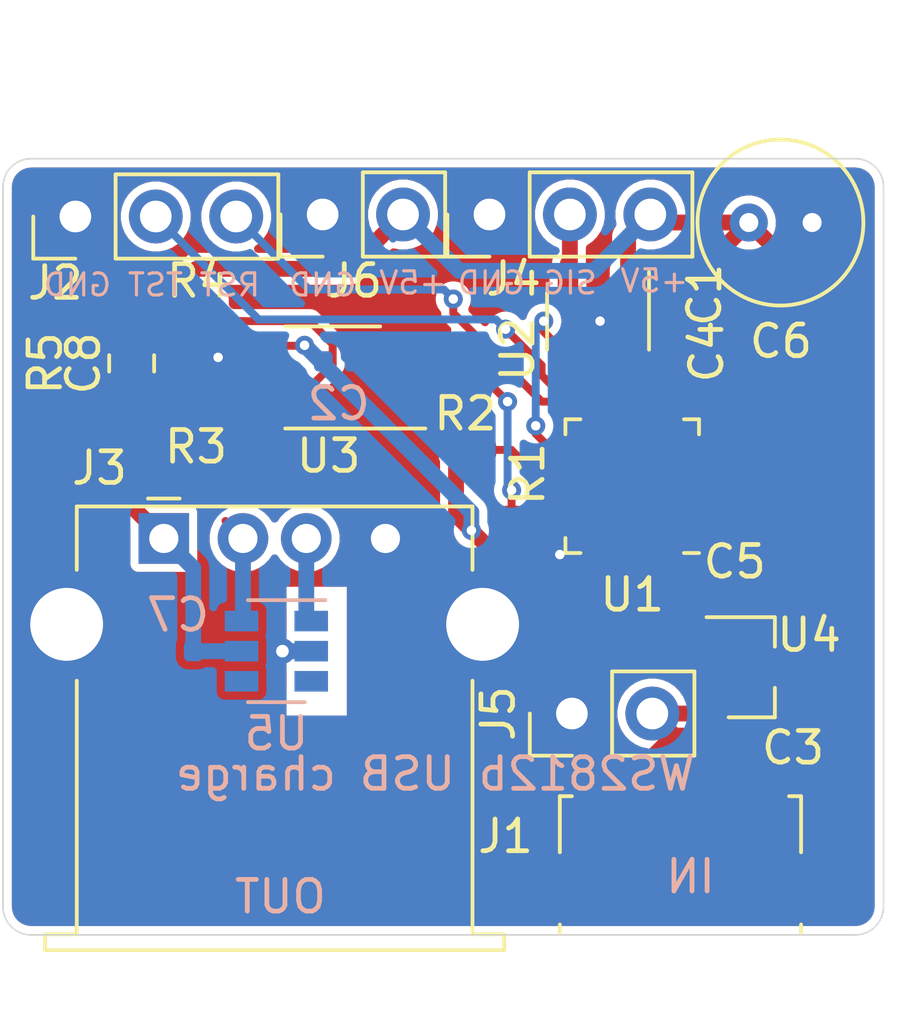
<source format=kicad_pcb>
(kicad_pcb (version 20171130) (host pcbnew "(5.1.10)-1")

  (general
    (thickness 1.6)
    (drawings 17)
    (tracks 169)
    (zones 0)
    (modules 24)
    (nets 38)
  )

  (page A4)
  (layers
    (0 F.Cu signal)
    (31 B.Cu signal)
    (32 B.Adhes user)
    (33 F.Adhes user)
    (34 B.Paste user)
    (35 F.Paste user)
    (36 B.SilkS user)
    (37 F.SilkS user)
    (38 B.Mask user)
    (39 F.Mask user)
    (40 Dwgs.User user)
    (41 Cmts.User user)
    (42 Eco1.User user)
    (43 Eco2.User user)
    (44 Edge.Cuts user)
    (45 Margin user)
    (46 B.CrtYd user)
    (47 F.CrtYd user)
    (48 B.Fab user)
    (49 F.Fab user)
  )

  (setup
    (last_trace_width 0.25)
    (user_trace_width 0.5)
    (trace_clearance 0.2)
    (zone_clearance 0.254)
    (zone_45_only no)
    (trace_min 0.2)
    (via_size 0.8)
    (via_drill 0.4)
    (via_min_size 0.4)
    (via_min_drill 0.3)
    (user_via 0.6 0.3)
    (uvia_size 0.3)
    (uvia_drill 0.1)
    (uvias_allowed no)
    (uvia_min_size 0.2)
    (uvia_min_drill 0.1)
    (edge_width 0.05)
    (segment_width 0.2)
    (pcb_text_width 0.3)
    (pcb_text_size 1.5 1.5)
    (mod_edge_width 0.12)
    (mod_text_size 1 1)
    (mod_text_width 0.15)
    (pad_size 1.524 1.524)
    (pad_drill 0.762)
    (pad_to_mask_clearance 0.051)
    (solder_mask_min_width 0.25)
    (aux_axis_origin 0 0)
    (visible_elements 7FFFFFFF)
    (pcbplotparams
      (layerselection 0x010fc_ffffffff)
      (usegerberextensions false)
      (usegerberattributes false)
      (usegerberadvancedattributes false)
      (creategerberjobfile false)
      (excludeedgelayer true)
      (linewidth 0.100000)
      (plotframeref false)
      (viasonmask false)
      (mode 1)
      (useauxorigin false)
      (hpglpennumber 1)
      (hpglpenspeed 20)
      (hpglpendiameter 15.000000)
      (psnegative false)
      (psa4output false)
      (plotreference true)
      (plotvalue true)
      (plotinvisibletext false)
      (padsonsilk false)
      (subtractmaskfromsilk false)
      (outputformat 1)
      (mirror false)
      (drillshape 0)
      (scaleselection 1)
      (outputdirectory "gerber/"))
  )

  (net 0 "")
  (net 1 "Net-(U1-Pad24)")
  (net 2 "Net-(U1-Pad23)")
  (net 3 "Net-(U1-Pad22)")
  (net 4 "Net-(U1-Pad21)")
  (net 5 "Net-(U1-Pad18)")
  (net 6 "Net-(U1-Pad15)")
  (net 7 "Net-(U1-Pad14)")
  (net 8 "Net-(U1-Pad10)")
  (net 9 "Net-(U1-Pad9)")
  (net 10 "Net-(U1-Pad8)")
  (net 11 "Net-(U1-Pad7)")
  (net 12 "Net-(U1-Pad6)")
  (net 13 "Net-(U1-Pad5)")
  (net 14 "Net-(U1-Pad4)")
  (net 15 "Net-(U1-Pad3)")
  (net 16 "Net-(U1-Pad2)")
  (net 17 "Net-(U3-Pad3)")
  (net 18 +5V)
  (net 19 GND)
  (net 20 "Net-(J1-Pad4)")
  (net 21 "Net-(J1-Pad3)")
  (net 22 "Net-(J1-Pad2)")
  (net 23 +3V3)
  (net 24 /statusled)
  (net 25 "Net-(J3-Pad3)")
  (net 26 "Net-(J3-Pad2)")
  (net 27 /INAtoUSB)
  (net 28 "Net-(U5-Pad4)")
  (net 29 "Net-(U5-Pad3)")
  (net 30 "Net-(J2-Pad2)")
  (net 31 "Net-(R1-Pad1)")
  (net 32 "Net-(R3-Pad1)")
  (net 33 "Net-(R4-Pad2)")
  (net 34 "Net-(J4-Pad2)")
  (net 35 "Net-(R2-Pad1)")
  (net 36 "Net-(J2-Pad3)")
  (net 37 "Net-(U1-Pad1)")

  (net_class Default "This is the default net class."
    (clearance 0.2)
    (trace_width 0.25)
    (via_dia 0.8)
    (via_drill 0.4)
    (uvia_dia 0.3)
    (uvia_drill 0.1)
    (add_net +3V3)
    (add_net +5V)
    (add_net /INAtoUSB)
    (add_net /statusled)
    (add_net GND)
    (add_net "Net-(J1-Pad2)")
    (add_net "Net-(J1-Pad3)")
    (add_net "Net-(J1-Pad4)")
    (add_net "Net-(J2-Pad2)")
    (add_net "Net-(J2-Pad3)")
    (add_net "Net-(J3-Pad2)")
    (add_net "Net-(J3-Pad3)")
    (add_net "Net-(J4-Pad2)")
    (add_net "Net-(R1-Pad1)")
    (add_net "Net-(R2-Pad1)")
    (add_net "Net-(R3-Pad1)")
    (add_net "Net-(R4-Pad2)")
    (add_net "Net-(U1-Pad1)")
    (add_net "Net-(U1-Pad10)")
    (add_net "Net-(U1-Pad14)")
    (add_net "Net-(U1-Pad15)")
    (add_net "Net-(U1-Pad18)")
    (add_net "Net-(U1-Pad2)")
    (add_net "Net-(U1-Pad21)")
    (add_net "Net-(U1-Pad22)")
    (add_net "Net-(U1-Pad23)")
    (add_net "Net-(U1-Pad24)")
    (add_net "Net-(U1-Pad3)")
    (add_net "Net-(U1-Pad4)")
    (add_net "Net-(U1-Pad5)")
    (add_net "Net-(U1-Pad6)")
    (add_net "Net-(U1-Pad7)")
    (add_net "Net-(U1-Pad8)")
    (add_net "Net-(U1-Pad9)")
    (add_net "Net-(U3-Pad3)")
    (add_net "Net-(U5-Pad3)")
    (add_net "Net-(U5-Pad4)")
  )

  (module Connector_PinHeader_2.54mm:PinHeader_1x03_P2.54mm_Vertical (layer F.Cu) (tedit 59FED5CC) (tstamp 5E753E79)
    (at 130.1115 89.0905 90)
    (descr "Through hole straight pin header, 1x03, 2.54mm pitch, single row")
    (tags "Through hole pin header THT 1x03 2.54mm single row")
    (path /5E89E288)
    (fp_text reference J4 (at -2.032 0.762 180) (layer F.SilkS)
      (effects (font (size 1 1) (thickness 0.15)))
    )
    (fp_text value Conn_01x03_Male (at 0 7.41 90) (layer F.Fab)
      (effects (font (size 1 1) (thickness 0.15)))
    )
    (fp_line (start 1.8 -1.8) (end -1.8 -1.8) (layer F.CrtYd) (width 0.05))
    (fp_line (start 1.8 6.85) (end 1.8 -1.8) (layer F.CrtYd) (width 0.05))
    (fp_line (start -1.8 6.85) (end 1.8 6.85) (layer F.CrtYd) (width 0.05))
    (fp_line (start -1.8 -1.8) (end -1.8 6.85) (layer F.CrtYd) (width 0.05))
    (fp_line (start -1.33 -1.33) (end 0 -1.33) (layer F.SilkS) (width 0.12))
    (fp_line (start -1.33 0) (end -1.33 -1.33) (layer F.SilkS) (width 0.12))
    (fp_line (start -1.33 1.27) (end 1.33 1.27) (layer F.SilkS) (width 0.12))
    (fp_line (start 1.33 1.27) (end 1.33 6.41) (layer F.SilkS) (width 0.12))
    (fp_line (start -1.33 1.27) (end -1.33 6.41) (layer F.SilkS) (width 0.12))
    (fp_line (start -1.33 6.41) (end 1.33 6.41) (layer F.SilkS) (width 0.12))
    (fp_line (start -1.27 -0.635) (end -0.635 -1.27) (layer F.Fab) (width 0.1))
    (fp_line (start -1.27 6.35) (end -1.27 -0.635) (layer F.Fab) (width 0.1))
    (fp_line (start 1.27 6.35) (end -1.27 6.35) (layer F.Fab) (width 0.1))
    (fp_line (start 1.27 -1.27) (end 1.27 6.35) (layer F.Fab) (width 0.1))
    (fp_line (start -0.635 -1.27) (end 1.27 -1.27) (layer F.Fab) (width 0.1))
    (fp_text user %R (at 0 2.54) (layer F.Fab)
      (effects (font (size 1 1) (thickness 0.15)))
    )
    (pad 3 thru_hole oval (at 0 5.08 90) (size 1.7 1.7) (drill 1) (layers *.Cu *.Mask)
      (net 18 +5V))
    (pad 2 thru_hole oval (at 0 2.54 90) (size 1.7 1.7) (drill 1) (layers *.Cu *.Mask)
      (net 34 "Net-(J4-Pad2)"))
    (pad 1 thru_hole rect (at 0 0 90) (size 1.7 1.7) (drill 1) (layers *.Cu *.Mask)
      (net 19 GND))
    (model ${KISYS3DMOD}/Connector_PinHeader_2.54mm.3dshapes/PinHeader_1x03_P2.54mm_Vertical.wrl
      (at (xyz 0 0 0))
      (scale (xyz 1 1 1))
      (rotate (xyz 0 0 0))
    )
  )

  (module Connector_PinHeader_2.54mm:PinHeader_1x03_P2.54mm_Vertical (layer F.Cu) (tedit 59FED5CC) (tstamp 5E753DFC)
    (at 117.0305 89.154 90)
    (descr "Through hole straight pin header, 1x03, 2.54mm pitch, single row")
    (tags "Through hole pin header THT 1x03 2.54mm single row")
    (path /5E8A2C71)
    (fp_text reference J2 (at -2.0955 -0.635 180) (layer F.SilkS)
      (effects (font (size 1 1) (thickness 0.15)))
    )
    (fp_text value Conn_01x03_Male (at 0 7.41 90) (layer F.Fab)
      (effects (font (size 1 1) (thickness 0.15)))
    )
    (fp_line (start 1.8 -1.8) (end -1.8 -1.8) (layer F.CrtYd) (width 0.05))
    (fp_line (start 1.8 6.85) (end 1.8 -1.8) (layer F.CrtYd) (width 0.05))
    (fp_line (start -1.8 6.85) (end 1.8 6.85) (layer F.CrtYd) (width 0.05))
    (fp_line (start -1.8 -1.8) (end -1.8 6.85) (layer F.CrtYd) (width 0.05))
    (fp_line (start -1.33 -1.33) (end 0 -1.33) (layer F.SilkS) (width 0.12))
    (fp_line (start -1.33 0) (end -1.33 -1.33) (layer F.SilkS) (width 0.12))
    (fp_line (start -1.33 1.27) (end 1.33 1.27) (layer F.SilkS) (width 0.12))
    (fp_line (start 1.33 1.27) (end 1.33 6.41) (layer F.SilkS) (width 0.12))
    (fp_line (start -1.33 1.27) (end -1.33 6.41) (layer F.SilkS) (width 0.12))
    (fp_line (start -1.33 6.41) (end 1.33 6.41) (layer F.SilkS) (width 0.12))
    (fp_line (start -1.27 -0.635) (end -0.635 -1.27) (layer F.Fab) (width 0.1))
    (fp_line (start -1.27 6.35) (end -1.27 -0.635) (layer F.Fab) (width 0.1))
    (fp_line (start 1.27 6.35) (end -1.27 6.35) (layer F.Fab) (width 0.1))
    (fp_line (start 1.27 -1.27) (end 1.27 6.35) (layer F.Fab) (width 0.1))
    (fp_line (start -0.635 -1.27) (end 1.27 -1.27) (layer F.Fab) (width 0.1))
    (fp_text user %R (at 0 2.54) (layer F.Fab)
      (effects (font (size 1 1) (thickness 0.15)))
    )
    (pad 3 thru_hole oval (at 0 5.08 90) (size 1.7 1.7) (drill 1) (layers *.Cu *.Mask)
      (net 36 "Net-(J2-Pad3)"))
    (pad 2 thru_hole oval (at 0 2.54 90) (size 1.7 1.7) (drill 1) (layers *.Cu *.Mask)
      (net 30 "Net-(J2-Pad2)"))
    (pad 1 thru_hole rect (at 0 0 90) (size 1.7 1.7) (drill 1) (layers *.Cu *.Mask)
      (net 19 GND))
    (model ${KISYS3DMOD}/Connector_PinHeader_2.54mm.3dshapes/PinHeader_1x03_P2.54mm_Vertical.wrl
      (at (xyz 0 0 0))
      (scale (xyz 1 1 1))
      (rotate (xyz 0 0 0))
    )
  )

  (module Connector_PinHeader_2.54mm:PinHeader_1x02_P2.54mm_Vertical (layer F.Cu) (tedit 59FED5CC) (tstamp 5E7549CE)
    (at 124.841 89.0905 90)
    (descr "Through hole straight pin header, 1x02, 2.54mm pitch, single row")
    (tags "Through hole pin header THT 1x02 2.54mm single row")
    (path /5E8115BD)
    (fp_text reference J6 (at -2.0955 1.016 180) (layer F.SilkS)
      (effects (font (size 1 1) (thickness 0.15)))
    )
    (fp_text value Conn_01x02_Male (at 0 4.87 90) (layer F.Fab)
      (effects (font (size 1 1) (thickness 0.15)))
    )
    (fp_line (start 1.8 -1.8) (end -1.8 -1.8) (layer F.CrtYd) (width 0.05))
    (fp_line (start 1.8 4.35) (end 1.8 -1.8) (layer F.CrtYd) (width 0.05))
    (fp_line (start -1.8 4.35) (end 1.8 4.35) (layer F.CrtYd) (width 0.05))
    (fp_line (start -1.8 -1.8) (end -1.8 4.35) (layer F.CrtYd) (width 0.05))
    (fp_line (start -1.33 -1.33) (end 0 -1.33) (layer F.SilkS) (width 0.12))
    (fp_line (start -1.33 0) (end -1.33 -1.33) (layer F.SilkS) (width 0.12))
    (fp_line (start -1.33 1.27) (end 1.33 1.27) (layer F.SilkS) (width 0.12))
    (fp_line (start 1.33 1.27) (end 1.33 3.87) (layer F.SilkS) (width 0.12))
    (fp_line (start -1.33 1.27) (end -1.33 3.87) (layer F.SilkS) (width 0.12))
    (fp_line (start -1.33 3.87) (end 1.33 3.87) (layer F.SilkS) (width 0.12))
    (fp_line (start -1.27 -0.635) (end -0.635 -1.27) (layer F.Fab) (width 0.1))
    (fp_line (start -1.27 3.81) (end -1.27 -0.635) (layer F.Fab) (width 0.1))
    (fp_line (start 1.27 3.81) (end -1.27 3.81) (layer F.Fab) (width 0.1))
    (fp_line (start 1.27 -1.27) (end 1.27 3.81) (layer F.Fab) (width 0.1))
    (fp_line (start -0.635 -1.27) (end 1.27 -1.27) (layer F.Fab) (width 0.1))
    (fp_text user %R (at 0 1.27) (layer F.Fab)
      (effects (font (size 1 1) (thickness 0.15)))
    )
    (pad 2 thru_hole oval (at 0 2.54 90) (size 1.7 1.7) (drill 1) (layers *.Cu *.Mask)
      (net 18 +5V))
    (pad 1 thru_hole rect (at 0 0 90) (size 1.7 1.7) (drill 1) (layers *.Cu *.Mask)
      (net 19 GND))
    (model ${KISYS3DMOD}/Connector_PinHeader_2.54mm.3dshapes/PinHeader_1x02_P2.54mm_Vertical.wrl
      (at (xyz 0 0 0))
      (scale (xyz 1 1 1))
      (rotate (xyz 0 0 0))
    )
  )

  (module Connector_PinHeader_2.54mm:PinHeader_1x02_P2.54mm_Vertical (layer F.Cu) (tedit 59FED5CC) (tstamp 5E75409F)
    (at 132.715 104.8385 90)
    (descr "Through hole straight pin header, 1x02, 2.54mm pitch, single row")
    (tags "Through hole pin header THT 1x02 2.54mm single row")
    (path /5E80582C)
    (fp_text reference J5 (at 0 -2.33 90) (layer F.SilkS)
      (effects (font (size 1 1) (thickness 0.15)))
    )
    (fp_text value Conn_01x02_Male (at 0 4.87 90) (layer F.Fab)
      (effects (font (size 1 1) (thickness 0.15)))
    )
    (fp_line (start 1.8 -1.8) (end -1.8 -1.8) (layer F.CrtYd) (width 0.05))
    (fp_line (start 1.8 4.35) (end 1.8 -1.8) (layer F.CrtYd) (width 0.05))
    (fp_line (start -1.8 4.35) (end 1.8 4.35) (layer F.CrtYd) (width 0.05))
    (fp_line (start -1.8 -1.8) (end -1.8 4.35) (layer F.CrtYd) (width 0.05))
    (fp_line (start -1.33 -1.33) (end 0 -1.33) (layer F.SilkS) (width 0.12))
    (fp_line (start -1.33 0) (end -1.33 -1.33) (layer F.SilkS) (width 0.12))
    (fp_line (start -1.33 1.27) (end 1.33 1.27) (layer F.SilkS) (width 0.12))
    (fp_line (start 1.33 1.27) (end 1.33 3.87) (layer F.SilkS) (width 0.12))
    (fp_line (start -1.33 1.27) (end -1.33 3.87) (layer F.SilkS) (width 0.12))
    (fp_line (start -1.33 3.87) (end 1.33 3.87) (layer F.SilkS) (width 0.12))
    (fp_line (start -1.27 -0.635) (end -0.635 -1.27) (layer F.Fab) (width 0.1))
    (fp_line (start -1.27 3.81) (end -1.27 -0.635) (layer F.Fab) (width 0.1))
    (fp_line (start 1.27 3.81) (end -1.27 3.81) (layer F.Fab) (width 0.1))
    (fp_line (start 1.27 -1.27) (end 1.27 3.81) (layer F.Fab) (width 0.1))
    (fp_line (start -0.635 -1.27) (end 1.27 -1.27) (layer F.Fab) (width 0.1))
    (fp_text user %R (at 0 1.27) (layer F.Fab)
      (effects (font (size 1 1) (thickness 0.15)))
    )
    (pad 2 thru_hole oval (at 0 2.54 90) (size 1.7 1.7) (drill 1) (layers *.Cu *.Mask)
      (net 18 +5V))
    (pad 1 thru_hole rect (at 0 0 90) (size 1.7 1.7) (drill 1) (layers *.Cu *.Mask)
      (net 19 GND))
    (model ${KISYS3DMOD}/Connector_PinHeader_2.54mm.3dshapes/PinHeader_1x02_P2.54mm_Vertical.wrl
      (at (xyz 0 0 0))
      (scale (xyz 1 1 1))
      (rotate (xyz 0 0 0))
    )
  )

  (module Resistor_SMD:R_0805_2012Metric (layer F.Cu) (tedit 5B36C52B) (tstamp 5E74F990)
    (at 118.8085 93.7895 90)
    (descr "Resistor SMD 0805 (2012 Metric), square (rectangular) end terminal, IPC_7351 nominal, (Body size source: https://docs.google.com/spreadsheets/d/1BsfQQcO9C6DZCsRaXUlFlo91Tg2WpOkGARC1WS5S8t0/edit?usp=sharing), generated with kicad-footprint-generator")
    (tags resistor)
    (path /5E78FC9A)
    (attr smd)
    (fp_text reference R5 (at 0 -2.7305 90) (layer F.SilkS)
      (effects (font (size 1 1) (thickness 0.15)))
    )
    (fp_text value 0.01 (at 0 1.65 90) (layer F.Fab)
      (effects (font (size 1 1) (thickness 0.15)))
    )
    (fp_line (start 1.68 0.95) (end -1.68 0.95) (layer F.CrtYd) (width 0.05))
    (fp_line (start 1.68 -0.95) (end 1.68 0.95) (layer F.CrtYd) (width 0.05))
    (fp_line (start -1.68 -0.95) (end 1.68 -0.95) (layer F.CrtYd) (width 0.05))
    (fp_line (start -1.68 0.95) (end -1.68 -0.95) (layer F.CrtYd) (width 0.05))
    (fp_line (start -0.258578 0.71) (end 0.258578 0.71) (layer F.SilkS) (width 0.12))
    (fp_line (start -0.258578 -0.71) (end 0.258578 -0.71) (layer F.SilkS) (width 0.12))
    (fp_line (start 1 0.6) (end -1 0.6) (layer F.Fab) (width 0.1))
    (fp_line (start 1 -0.6) (end 1 0.6) (layer F.Fab) (width 0.1))
    (fp_line (start -1 -0.6) (end 1 -0.6) (layer F.Fab) (width 0.1))
    (fp_line (start -1 0.6) (end -1 -0.6) (layer F.Fab) (width 0.1))
    (fp_text user %R (at 0 0 90) (layer F.Fab)
      (effects (font (size 0.5 0.5) (thickness 0.08)))
    )
    (pad 2 smd roundrect (at 0.9375 0 90) (size 0.975 1.4) (layers F.Cu F.Paste F.Mask) (roundrect_rratio 0.25)
      (net 18 +5V))
    (pad 1 smd roundrect (at -0.9375 0 90) (size 0.975 1.4) (layers F.Cu F.Paste F.Mask) (roundrect_rratio 0.25)
      (net 27 /INAtoUSB))
    (model ${KISYS3DMOD}/Resistor_SMD.3dshapes/R_0805_2012Metric.wrl
      (at (xyz 0 0 0))
      (scale (xyz 1 1 1))
      (rotate (xyz 0 0 0))
    )
  )

  (module Resistor_SMD:R_0402_1005Metric (layer F.Cu) (tedit 5B301BBD) (tstamp 5E74F97F)
    (at 120.8405 91.948)
    (descr "Resistor SMD 0402 (1005 Metric), square (rectangular) end terminal, IPC_7351 nominal, (Body size source: http://www.tortai-tech.com/upload/download/2011102023233369053.pdf), generated with kicad-footprint-generator")
    (tags resistor)
    (path /5E762315)
    (attr smd)
    (fp_text reference R4 (at 0.0635 -0.762) (layer F.SilkS)
      (effects (font (size 1 1) (thickness 0.15)))
    )
    (fp_text value 10 (at 0 1.17) (layer F.Fab)
      (effects (font (size 1 1) (thickness 0.15)))
    )
    (fp_line (start 0.93 0.47) (end -0.93 0.47) (layer F.CrtYd) (width 0.05))
    (fp_line (start 0.93 -0.47) (end 0.93 0.47) (layer F.CrtYd) (width 0.05))
    (fp_line (start -0.93 -0.47) (end 0.93 -0.47) (layer F.CrtYd) (width 0.05))
    (fp_line (start -0.93 0.47) (end -0.93 -0.47) (layer F.CrtYd) (width 0.05))
    (fp_line (start 0.5 0.25) (end -0.5 0.25) (layer F.Fab) (width 0.1))
    (fp_line (start 0.5 -0.25) (end 0.5 0.25) (layer F.Fab) (width 0.1))
    (fp_line (start -0.5 -0.25) (end 0.5 -0.25) (layer F.Fab) (width 0.1))
    (fp_line (start -0.5 0.25) (end -0.5 -0.25) (layer F.Fab) (width 0.1))
    (fp_text user %R (at 0 0) (layer F.Fab)
      (effects (font (size 0.25 0.25) (thickness 0.04)))
    )
    (pad 2 smd roundrect (at 0.485 0) (size 0.59 0.64) (layers F.Cu F.Paste F.Mask) (roundrect_rratio 0.25)
      (net 33 "Net-(R4-Pad2)"))
    (pad 1 smd roundrect (at -0.485 0) (size 0.59 0.64) (layers F.Cu F.Paste F.Mask) (roundrect_rratio 0.25)
      (net 18 +5V))
    (model ${KISYS3DMOD}/Resistor_SMD.3dshapes/R_0402_1005Metric.wrl
      (at (xyz 0 0 0))
      (scale (xyz 1 1 1))
      (rotate (xyz 0 0 0))
    )
  )

  (module Resistor_SMD:R_0402_1005Metric (layer F.Cu) (tedit 5B301BBD) (tstamp 5E74F970)
    (at 120.8405 95.25 180)
    (descr "Resistor SMD 0402 (1005 Metric), square (rectangular) end terminal, IPC_7351 nominal, (Body size source: http://www.tortai-tech.com/upload/download/2011102023233369053.pdf), generated with kicad-footprint-generator")
    (tags resistor)
    (path /5E76AB0F)
    (attr smd)
    (fp_text reference R3 (at 0 -1.17) (layer F.SilkS)
      (effects (font (size 1 1) (thickness 0.15)))
    )
    (fp_text value 10 (at 0 1.17) (layer F.Fab)
      (effects (font (size 1 1) (thickness 0.15)))
    )
    (fp_line (start 0.93 0.47) (end -0.93 0.47) (layer F.CrtYd) (width 0.05))
    (fp_line (start 0.93 -0.47) (end 0.93 0.47) (layer F.CrtYd) (width 0.05))
    (fp_line (start -0.93 -0.47) (end 0.93 -0.47) (layer F.CrtYd) (width 0.05))
    (fp_line (start -0.93 0.47) (end -0.93 -0.47) (layer F.CrtYd) (width 0.05))
    (fp_line (start 0.5 0.25) (end -0.5 0.25) (layer F.Fab) (width 0.1))
    (fp_line (start 0.5 -0.25) (end 0.5 0.25) (layer F.Fab) (width 0.1))
    (fp_line (start -0.5 -0.25) (end 0.5 -0.25) (layer F.Fab) (width 0.1))
    (fp_line (start -0.5 0.25) (end -0.5 -0.25) (layer F.Fab) (width 0.1))
    (fp_text user %R (at 0 0) (layer F.Fab)
      (effects (font (size 0.25 0.25) (thickness 0.04)))
    )
    (pad 2 smd roundrect (at 0.485 0 180) (size 0.59 0.64) (layers F.Cu F.Paste F.Mask) (roundrect_rratio 0.25)
      (net 27 /INAtoUSB))
    (pad 1 smd roundrect (at -0.485 0 180) (size 0.59 0.64) (layers F.Cu F.Paste F.Mask) (roundrect_rratio 0.25)
      (net 32 "Net-(R3-Pad1)"))
    (model ${KISYS3DMOD}/Resistor_SMD.3dshapes/R_0402_1005Metric.wrl
      (at (xyz 0 0 0))
      (scale (xyz 1 1 1))
      (rotate (xyz 0 0 0))
    )
  )

  (module Resistor_SMD:R_0402_1005Metric (layer F.Cu) (tedit 5B301BBD) (tstamp 5E74F961)
    (at 129.54 96.52 180)
    (descr "Resistor SMD 0402 (1005 Metric), square (rectangular) end terminal, IPC_7351 nominal, (Body size source: http://www.tortai-tech.com/upload/download/2011102023233369053.pdf), generated with kicad-footprint-generator")
    (tags resistor)
    (path /5E768E6A)
    (attr smd)
    (fp_text reference R2 (at 0.1905 1.143) (layer F.SilkS)
      (effects (font (size 1 1) (thickness 0.15)))
    )
    (fp_text value 4,7k (at 0 1.17) (layer F.Fab)
      (effects (font (size 1 1) (thickness 0.15)))
    )
    (fp_line (start 0.93 0.47) (end -0.93 0.47) (layer F.CrtYd) (width 0.05))
    (fp_line (start 0.93 -0.47) (end 0.93 0.47) (layer F.CrtYd) (width 0.05))
    (fp_line (start -0.93 -0.47) (end 0.93 -0.47) (layer F.CrtYd) (width 0.05))
    (fp_line (start -0.93 0.47) (end -0.93 -0.47) (layer F.CrtYd) (width 0.05))
    (fp_line (start 0.5 0.25) (end -0.5 0.25) (layer F.Fab) (width 0.1))
    (fp_line (start 0.5 -0.25) (end 0.5 0.25) (layer F.Fab) (width 0.1))
    (fp_line (start -0.5 -0.25) (end 0.5 -0.25) (layer F.Fab) (width 0.1))
    (fp_line (start -0.5 0.25) (end -0.5 -0.25) (layer F.Fab) (width 0.1))
    (fp_text user %R (at 0 0) (layer F.Fab)
      (effects (font (size 0.25 0.25) (thickness 0.04)))
    )
    (pad 2 smd roundrect (at 0.485 0 180) (size 0.59 0.64) (layers F.Cu F.Paste F.Mask) (roundrect_rratio 0.25)
      (net 23 +3V3))
    (pad 1 smd roundrect (at -0.485 0 180) (size 0.59 0.64) (layers F.Cu F.Paste F.Mask) (roundrect_rratio 0.25)
      (net 35 "Net-(R2-Pad1)"))
    (model ${KISYS3DMOD}/Resistor_SMD.3dshapes/R_0402_1005Metric.wrl
      (at (xyz 0 0 0))
      (scale (xyz 1 1 1))
      (rotate (xyz 0 0 0))
    )
  )

  (module Resistor_SMD:R_0402_1005Metric (layer F.Cu) (tedit 5B301BBD) (tstamp 5E74F952)
    (at 130.81 99.06 270)
    (descr "Resistor SMD 0402 (1005 Metric), square (rectangular) end terminal, IPC_7351 nominal, (Body size source: http://www.tortai-tech.com/upload/download/2011102023233369053.pdf), generated with kicad-footprint-generator")
    (tags resistor)
    (path /5E76732D)
    (attr smd)
    (fp_text reference R1 (at -1.778 -0.508 270) (layer F.SilkS)
      (effects (font (size 1 1) (thickness 0.15)))
    )
    (fp_text value 4,7k (at 0 1.17 90) (layer F.Fab)
      (effects (font (size 1 1) (thickness 0.15)))
    )
    (fp_line (start 0.93 0.47) (end -0.93 0.47) (layer F.CrtYd) (width 0.05))
    (fp_line (start 0.93 -0.47) (end 0.93 0.47) (layer F.CrtYd) (width 0.05))
    (fp_line (start -0.93 -0.47) (end 0.93 -0.47) (layer F.CrtYd) (width 0.05))
    (fp_line (start -0.93 0.47) (end -0.93 -0.47) (layer F.CrtYd) (width 0.05))
    (fp_line (start 0.5 0.25) (end -0.5 0.25) (layer F.Fab) (width 0.1))
    (fp_line (start 0.5 -0.25) (end 0.5 0.25) (layer F.Fab) (width 0.1))
    (fp_line (start -0.5 -0.25) (end 0.5 -0.25) (layer F.Fab) (width 0.1))
    (fp_line (start -0.5 0.25) (end -0.5 -0.25) (layer F.Fab) (width 0.1))
    (fp_text user %R (at 0 0 90) (layer F.Fab)
      (effects (font (size 0.25 0.25) (thickness 0.04)))
    )
    (pad 2 smd roundrect (at 0.485 0 270) (size 0.59 0.64) (layers F.Cu F.Paste F.Mask) (roundrect_rratio 0.25)
      (net 23 +3V3))
    (pad 1 smd roundrect (at -0.485 0 270) (size 0.59 0.64) (layers F.Cu F.Paste F.Mask) (roundrect_rratio 0.25)
      (net 31 "Net-(R1-Pad1)"))
    (model ${KISYS3DMOD}/Resistor_SMD.3dshapes/R_0402_1005Metric.wrl
      (at (xyz 0 0 0))
      (scale (xyz 1 1 1))
      (rotate (xyz 0 0 0))
    )
  )

  (module Capacitor_SMD:C_0402_1005Metric (layer F.Cu) (tedit 5B301BBE) (tstamp 5E74F847)
    (at 120.396 93.6625 90)
    (descr "Capacitor SMD 0402 (1005 Metric), square (rectangular) end terminal, IPC_7351 nominal, (Body size source: http://www.tortai-tech.com/upload/download/2011102023233369053.pdf), generated with kicad-footprint-generator")
    (tags capacitor)
    (path /5E7801F7)
    (attr smd)
    (fp_text reference C8 (at -0.127 -3.1115 90) (layer F.SilkS)
      (effects (font (size 1 1) (thickness 0.15)))
    )
    (fp_text value 0.1uF (at 0 1.17 90) (layer F.Fab)
      (effects (font (size 1 1) (thickness 0.15)))
    )
    (fp_line (start 0.93 0.47) (end -0.93 0.47) (layer F.CrtYd) (width 0.05))
    (fp_line (start 0.93 -0.47) (end 0.93 0.47) (layer F.CrtYd) (width 0.05))
    (fp_line (start -0.93 -0.47) (end 0.93 -0.47) (layer F.CrtYd) (width 0.05))
    (fp_line (start -0.93 0.47) (end -0.93 -0.47) (layer F.CrtYd) (width 0.05))
    (fp_line (start 0.5 0.25) (end -0.5 0.25) (layer F.Fab) (width 0.1))
    (fp_line (start 0.5 -0.25) (end 0.5 0.25) (layer F.Fab) (width 0.1))
    (fp_line (start -0.5 -0.25) (end 0.5 -0.25) (layer F.Fab) (width 0.1))
    (fp_line (start -0.5 0.25) (end -0.5 -0.25) (layer F.Fab) (width 0.1))
    (fp_text user %R (at 0 0 90) (layer F.Fab)
      (effects (font (size 0.25 0.25) (thickness 0.04)))
    )
    (pad 2 smd roundrect (at 0.485 0 90) (size 0.59 0.64) (layers F.Cu F.Paste F.Mask) (roundrect_rratio 0.25)
      (net 18 +5V))
    (pad 1 smd roundrect (at -0.485 0 90) (size 0.59 0.64) (layers F.Cu F.Paste F.Mask) (roundrect_rratio 0.25)
      (net 27 /INAtoUSB))
    (model ${KISYS3DMOD}/Capacitor_SMD.3dshapes/C_0402_1005Metric.wrl
      (at (xyz 0 0 0))
      (scale (xyz 1 1 1))
      (rotate (xyz 0 0 0))
    )
  )

  (module Capacitor_SMD:C_0402_1005Metric (layer F.Cu) (tedit 5B301BBE) (tstamp 5E74F80A)
    (at 137.8585 101.219)
    (descr "Capacitor SMD 0402 (1005 Metric), square (rectangular) end terminal, IPC_7351 nominal, (Body size source: http://www.tortai-tech.com/upload/download/2011102023233369053.pdf), generated with kicad-footprint-generator")
    (tags capacitor)
    (path /5E762B9B)
    (attr smd)
    (fp_text reference C5 (at 0 -1.17) (layer F.SilkS)
      (effects (font (size 1 1) (thickness 0.15)))
    )
    (fp_text value 0.1uF (at 0 1.17) (layer F.Fab)
      (effects (font (size 1 1) (thickness 0.15)))
    )
    (fp_line (start 0.93 0.47) (end -0.93 0.47) (layer F.CrtYd) (width 0.05))
    (fp_line (start 0.93 -0.47) (end 0.93 0.47) (layer F.CrtYd) (width 0.05))
    (fp_line (start -0.93 -0.47) (end 0.93 -0.47) (layer F.CrtYd) (width 0.05))
    (fp_line (start -0.93 0.47) (end -0.93 -0.47) (layer F.CrtYd) (width 0.05))
    (fp_line (start 0.5 0.25) (end -0.5 0.25) (layer F.Fab) (width 0.1))
    (fp_line (start 0.5 -0.25) (end 0.5 0.25) (layer F.Fab) (width 0.1))
    (fp_line (start -0.5 -0.25) (end 0.5 -0.25) (layer F.Fab) (width 0.1))
    (fp_line (start -0.5 0.25) (end -0.5 -0.25) (layer F.Fab) (width 0.1))
    (fp_text user %R (at 0 0) (layer F.Fab)
      (effects (font (size 0.25 0.25) (thickness 0.04)))
    )
    (pad 2 smd roundrect (at 0.485 0) (size 0.59 0.64) (layers F.Cu F.Paste F.Mask) (roundrect_rratio 0.25)
      (net 19 GND))
    (pad 1 smd roundrect (at -0.485 0) (size 0.59 0.64) (layers F.Cu F.Paste F.Mask) (roundrect_rratio 0.25)
      (net 23 +3V3))
    (model ${KISYS3DMOD}/Capacitor_SMD.3dshapes/C_0402_1005Metric.wrl
      (at (xyz 0 0 0))
      (scale (xyz 1 1 1))
      (rotate (xyz 0 0 0))
    )
  )

  (module Capacitor_SMD:C_0402_1005Metric (layer F.Cu) (tedit 5B301BBE) (tstamp 5E74F7DF)
    (at 137.8585 105.537)
    (descr "Capacitor SMD 0402 (1005 Metric), square (rectangular) end terminal, IPC_7351 nominal, (Body size source: http://www.tortai-tech.com/upload/download/2011102023233369053.pdf), generated with kicad-footprint-generator")
    (tags capacitor)
    (path /5E76966E)
    (attr smd)
    (fp_text reference C3 (at 1.8415 0.381) (layer F.SilkS)
      (effects (font (size 1 1) (thickness 0.15)))
    )
    (fp_text value 0.1uF (at 0 1.17) (layer F.Fab)
      (effects (font (size 1 1) (thickness 0.15)))
    )
    (fp_line (start 0.93 0.47) (end -0.93 0.47) (layer F.CrtYd) (width 0.05))
    (fp_line (start 0.93 -0.47) (end 0.93 0.47) (layer F.CrtYd) (width 0.05))
    (fp_line (start -0.93 -0.47) (end 0.93 -0.47) (layer F.CrtYd) (width 0.05))
    (fp_line (start -0.93 0.47) (end -0.93 -0.47) (layer F.CrtYd) (width 0.05))
    (fp_line (start 0.5 0.25) (end -0.5 0.25) (layer F.Fab) (width 0.1))
    (fp_line (start 0.5 -0.25) (end 0.5 0.25) (layer F.Fab) (width 0.1))
    (fp_line (start -0.5 -0.25) (end 0.5 -0.25) (layer F.Fab) (width 0.1))
    (fp_line (start -0.5 0.25) (end -0.5 -0.25) (layer F.Fab) (width 0.1))
    (fp_text user %R (at 0 0) (layer F.Fab)
      (effects (font (size 0.25 0.25) (thickness 0.04)))
    )
    (pad 2 smd roundrect (at 0.485 0) (size 0.59 0.64) (layers F.Cu F.Paste F.Mask) (roundrect_rratio 0.25)
      (net 19 GND))
    (pad 1 smd roundrect (at -0.485 0) (size 0.59 0.64) (layers F.Cu F.Paste F.Mask) (roundrect_rratio 0.25)
      (net 18 +5V))
    (model ${KISYS3DMOD}/Capacitor_SMD.3dshapes/C_0402_1005Metric.wrl
      (at (xyz 0 0 0))
      (scale (xyz 1 1 1))
      (rotate (xyz 0 0 0))
    )
  )

  (module Capacitor_SMD:C_0402_1005Metric (layer B.Cu) (tedit 5B301BBE) (tstamp 5E74F7D0)
    (at 125.349 93.726 180)
    (descr "Capacitor SMD 0402 (1005 Metric), square (rectangular) end terminal, IPC_7351 nominal, (Body size source: http://www.tortai-tech.com/upload/download/2011102023233369053.pdf), generated with kicad-footprint-generator")
    (tags capacitor)
    (path /5E788052)
    (attr smd)
    (fp_text reference C2 (at 0 -1.3335) (layer B.SilkS)
      (effects (font (size 1 1) (thickness 0.15)) (justify mirror))
    )
    (fp_text value 0.1uF (at 0 -1.17) (layer B.Fab)
      (effects (font (size 1 1) (thickness 0.15)) (justify mirror))
    )
    (fp_line (start 0.93 -0.47) (end -0.93 -0.47) (layer B.CrtYd) (width 0.05))
    (fp_line (start 0.93 0.47) (end 0.93 -0.47) (layer B.CrtYd) (width 0.05))
    (fp_line (start -0.93 0.47) (end 0.93 0.47) (layer B.CrtYd) (width 0.05))
    (fp_line (start -0.93 -0.47) (end -0.93 0.47) (layer B.CrtYd) (width 0.05))
    (fp_line (start 0.5 -0.25) (end -0.5 -0.25) (layer B.Fab) (width 0.1))
    (fp_line (start 0.5 0.25) (end 0.5 -0.25) (layer B.Fab) (width 0.1))
    (fp_line (start -0.5 0.25) (end 0.5 0.25) (layer B.Fab) (width 0.1))
    (fp_line (start -0.5 -0.25) (end -0.5 0.25) (layer B.Fab) (width 0.1))
    (fp_text user %R (at 0 0) (layer B.Fab)
      (effects (font (size 0.25 0.25) (thickness 0.04)) (justify mirror))
    )
    (pad 2 smd roundrect (at 0.485 0 180) (size 0.59 0.64) (layers B.Cu B.Paste B.Mask) (roundrect_rratio 0.25)
      (net 23 +3V3))
    (pad 1 smd roundrect (at -0.485 0 180) (size 0.59 0.64) (layers B.Cu B.Paste B.Mask) (roundrect_rratio 0.25)
      (net 19 GND))
    (model ${KISYS3DMOD}/Capacitor_SMD.3dshapes/C_0402_1005Metric.wrl
      (at (xyz 0 0 0))
      (scale (xyz 1 1 1))
      (rotate (xyz 0 0 0))
    )
  )

  (module Package_TO_SOT_SMD:SOT-23-6 (layer B.Cu) (tedit 5A02FF57) (tstamp 5E672CD5)
    (at 123.3805 102.87 180)
    (descr "6-pin SOT-23 package")
    (tags SOT-23-6)
    (path /5E6C19A6)
    (attr smd)
    (fp_text reference U5 (at 0 -2.6035) (layer B.SilkS)
      (effects (font (size 1 1) (thickness 0.15)) (justify mirror))
    )
    (fp_text value TPS2514A (at 0 -2.9) (layer B.Fab)
      (effects (font (size 1 1) (thickness 0.15)) (justify mirror))
    )
    (fp_line (start -0.9 -1.61) (end 0.9 -1.61) (layer B.SilkS) (width 0.12))
    (fp_line (start 0.9 1.61) (end -1.55 1.61) (layer B.SilkS) (width 0.12))
    (fp_line (start 1.9 1.8) (end -1.9 1.8) (layer B.CrtYd) (width 0.05))
    (fp_line (start 1.9 -1.8) (end 1.9 1.8) (layer B.CrtYd) (width 0.05))
    (fp_line (start -1.9 -1.8) (end 1.9 -1.8) (layer B.CrtYd) (width 0.05))
    (fp_line (start -1.9 1.8) (end -1.9 -1.8) (layer B.CrtYd) (width 0.05))
    (fp_line (start -0.9 0.9) (end -0.25 1.55) (layer B.Fab) (width 0.1))
    (fp_line (start 0.9 1.55) (end -0.25 1.55) (layer B.Fab) (width 0.1))
    (fp_line (start -0.9 0.9) (end -0.9 -1.55) (layer B.Fab) (width 0.1))
    (fp_line (start 0.9 -1.55) (end -0.9 -1.55) (layer B.Fab) (width 0.1))
    (fp_line (start 0.9 1.55) (end 0.9 -1.55) (layer B.Fab) (width 0.1))
    (fp_text user %R (at 0 0 270) (layer B.Fab)
      (effects (font (size 0.5 0.5) (thickness 0.075)) (justify mirror))
    )
    (pad 1 smd rect (at -1.1 0.95 180) (size 1.06 0.65) (layers B.Cu B.Paste B.Mask)
      (net 25 "Net-(J3-Pad3)"))
    (pad 2 smd rect (at -1.1 0 180) (size 1.06 0.65) (layers B.Cu B.Paste B.Mask)
      (net 19 GND))
    (pad 3 smd rect (at -1.1 -0.95 180) (size 1.06 0.65) (layers B.Cu B.Paste B.Mask)
      (net 29 "Net-(U5-Pad3)"))
    (pad 4 smd rect (at 1.1 -0.95 180) (size 1.06 0.65) (layers B.Cu B.Paste B.Mask)
      (net 28 "Net-(U5-Pad4)"))
    (pad 6 smd rect (at 1.1 0.95 180) (size 1.06 0.65) (layers B.Cu B.Paste B.Mask)
      (net 26 "Net-(J3-Pad2)"))
    (pad 5 smd rect (at 1.1 0 180) (size 1.06 0.65) (layers B.Cu B.Paste B.Mask)
      (net 27 /INAtoUSB))
    (model ${KISYS3DMOD}/Package_TO_SOT_SMD.3dshapes/SOT-23-6.wrl
      (at (xyz 0 0 0))
      (scale (xyz 1 1 1))
      (rotate (xyz 0 0 0))
    )
  )

  (module Capacitor_SMD:C_0402_1005Metric (layer B.Cu) (tedit 5B301BBE) (tstamp 5E672ADE)
    (at 120.269 102.87 180)
    (descr "Capacitor SMD 0402 (1005 Metric), square (rectangular) end terminal, IPC_7351 nominal, (Body size source: http://www.tortai-tech.com/upload/download/2011102023233369053.pdf), generated with kicad-footprint-generator")
    (tags capacitor)
    (path /5E6C32B3)
    (attr smd)
    (fp_text reference C7 (at 0 1.143) (layer B.SilkS)
      (effects (font (size 1 1) (thickness 0.15)) (justify mirror))
    )
    (fp_text value 0.1uF (at 0 -1.17) (layer B.Fab)
      (effects (font (size 1 1) (thickness 0.15)) (justify mirror))
    )
    (fp_line (start -0.5 -0.25) (end -0.5 0.25) (layer B.Fab) (width 0.1))
    (fp_line (start -0.5 0.25) (end 0.5 0.25) (layer B.Fab) (width 0.1))
    (fp_line (start 0.5 0.25) (end 0.5 -0.25) (layer B.Fab) (width 0.1))
    (fp_line (start 0.5 -0.25) (end -0.5 -0.25) (layer B.Fab) (width 0.1))
    (fp_line (start -0.93 -0.47) (end -0.93 0.47) (layer B.CrtYd) (width 0.05))
    (fp_line (start -0.93 0.47) (end 0.93 0.47) (layer B.CrtYd) (width 0.05))
    (fp_line (start 0.93 0.47) (end 0.93 -0.47) (layer B.CrtYd) (width 0.05))
    (fp_line (start 0.93 -0.47) (end -0.93 -0.47) (layer B.CrtYd) (width 0.05))
    (fp_text user %R (at 0 0) (layer B.Fab)
      (effects (font (size 0.25 0.25) (thickness 0.04)) (justify mirror))
    )
    (pad 1 smd roundrect (at -0.485 0 180) (size 0.59 0.64) (layers B.Cu B.Paste B.Mask) (roundrect_rratio 0.25)
      (net 27 /INAtoUSB))
    (pad 2 smd roundrect (at 0.485 0 180) (size 0.59 0.64) (layers B.Cu B.Paste B.Mask) (roundrect_rratio 0.25)
      (net 19 GND))
    (model ${KISYS3DMOD}/Capacitor_SMD.3dshapes/C_0402_1005Metric.wrl
      (at (xyz 0 0 0))
      (scale (xyz 1 1 1))
      (rotate (xyz 0 0 0))
    )
  )

  (module Connector_USB:USB_A_Stewart_SS-52100-001_Horizontal (layer F.Cu) (tedit 5CB49A87) (tstamp 5E671F08)
    (at 119.8245 99.314)
    (descr "USB A connector https://belfuse.com/resources/drawings/stewartconnector/dr-stw-ss-52100-001.pdf")
    (tags "USB_A Female Connector receptacle")
    (path /5E6B515B)
    (fp_text reference J3 (at -2.032 -2.2225) (layer F.SilkS)
      (effects (font (size 1 1) (thickness 0.15)))
    )
    (fp_text value USB_A (at 3.5 14.49) (layer F.Fab)
      (effects (font (size 1 1) (thickness 0.15)))
    )
    (fp_line (start -5.15 1.99) (end -4.25 0.69) (layer F.CrtYd) (width 0.05))
    (fp_line (start -5.15 3.44) (end -5.15 1.99) (layer F.CrtYd) (width 0.05))
    (fp_line (start -3.25 4.74) (end -4.25 4.74) (layer F.CrtYd) (width 0.05))
    (fp_line (start -5.15 3.44) (end -4.25 4.74) (layer F.CrtYd) (width 0.05))
    (fp_line (start -3.25 0.69) (end -4.25 0.69) (layer F.CrtYd) (width 0.05))
    (fp_line (start 12.15 3.44) (end 11.25 4.74) (layer F.CrtYd) (width 0.05))
    (fp_line (start -3.25 0.69) (end -3.25 -1.51) (layer F.CrtYd) (width 0.05))
    (fp_line (start 10.25 -1.51) (end -3.25 -1.51) (layer F.CrtYd) (width 0.05))
    (fp_line (start 10.25 0.69) (end 10.25 -1.51) (layer F.CrtYd) (width 0.05))
    (fp_line (start 12.15 1.99) (end 12.15 3.44) (layer F.CrtYd) (width 0.05))
    (fp_line (start 10.25 0.69) (end 11.25 0.69) (layer F.CrtYd) (width 0.05))
    (fp_line (start 12.15 1.99) (end 11.25 0.69) (layer F.CrtYd) (width 0.05))
    (fp_line (start 10.75 12.49) (end 10.75 12.99) (layer F.Fab) (width 0.1))
    (fp_line (start 9.75 12.49) (end 10.75 12.49) (layer F.Fab) (width 0.1))
    (fp_line (start -3.75 12.49) (end -2.75 12.49) (layer F.Fab) (width 0.1))
    (fp_line (start -3.75 12.99) (end -3.75 12.49) (layer F.Fab) (width 0.1))
    (fp_line (start -3.75 12.99) (end 10.75 12.99) (layer F.Fab) (width 0.1))
    (fp_line (start -2.75 12.49) (end -2.75 -1.01) (layer F.Fab) (width 0.1))
    (fp_line (start -2.75 -1.01) (end 9.75 -1.01) (layer F.Fab) (width 0.1))
    (fp_line (start 9.75 12.49) (end 9.75 -1.01) (layer F.Fab) (width 0.1))
    (fp_line (start -3.75 12.99) (end 10.75 12.99) (layer F.SilkS) (width 0.12))
    (fp_line (start 10.75 12.99) (end 10.75 12.49) (layer F.SilkS) (width 0.12))
    (fp_line (start 10.75 12.49) (end 9.75 12.49) (layer F.SilkS) (width 0.12))
    (fp_line (start 9.75 12.49) (end 9.75 4.49) (layer F.SilkS) (width 0.12))
    (fp_line (start 9.75 0.99) (end 9.75 -1.01) (layer F.SilkS) (width 0.12))
    (fp_line (start 9.75 -1.01) (end -2.75 -1.01) (layer F.SilkS) (width 0.12))
    (fp_line (start -2.75 -1.01) (end -2.75 0.99) (layer F.SilkS) (width 0.12))
    (fp_line (start -2.75 4.49) (end -2.75 12.49) (layer F.SilkS) (width 0.12))
    (fp_line (start -2.75 12.49) (end -3.75 12.49) (layer F.SilkS) (width 0.12))
    (fp_line (start -3.75 12.49) (end -3.75 12.99) (layer F.SilkS) (width 0.12))
    (fp_line (start -0.5 -1.26) (end 0.5 -1.26) (layer F.SilkS) (width 0.12))
    (fp_line (start -0.25 -1.01) (end 0 -0.76) (layer F.Fab) (width 0.1))
    (fp_line (start 0 -0.76) (end 0.25 -1.01) (layer F.Fab) (width 0.1))
    (fp_line (start -3.25 4.74) (end -3.25 11.99) (layer F.CrtYd) (width 0.05))
    (fp_line (start -3.25 11.99) (end -4.25 11.99) (layer F.CrtYd) (width 0.05))
    (fp_line (start -4.25 11.99) (end -4.25 13.49) (layer F.CrtYd) (width 0.05))
    (fp_line (start -4.25 13.49) (end 11.25 13.49) (layer F.CrtYd) (width 0.05))
    (fp_line (start 11.25 13.49) (end 11.25 11.99) (layer F.CrtYd) (width 0.05))
    (fp_line (start 11.25 11.99) (end 10.25 11.99) (layer F.CrtYd) (width 0.05))
    (fp_line (start 10.25 11.99) (end 10.25 4.74) (layer F.CrtYd) (width 0.05))
    (fp_line (start 10.25 4.74) (end 11.25 4.74) (layer F.CrtYd) (width 0.05))
    (fp_text user %R (at 3.5 5.99) (layer F.Fab)
      (effects (font (size 1 1) (thickness 0.15)))
    )
    (pad 4 thru_hole circle (at 7 0) (size 1.6 1.6) (drill 0.92) (layers *.Cu *.Mask)
      (net 19 GND))
    (pad 3 thru_hole circle (at 4.5 0) (size 1.6 1.6) (drill 0.92) (layers *.Cu *.Mask)
      (net 25 "Net-(J3-Pad3)"))
    (pad 2 thru_hole circle (at 2.5 0) (size 1.6 1.6) (drill 0.92) (layers *.Cu *.Mask)
      (net 26 "Net-(J3-Pad2)"))
    (pad 1 thru_hole rect (at 0 0) (size 1.6 1.6) (drill 0.92) (layers *.Cu *.Mask)
      (net 27 /INAtoUSB))
    (pad 5 thru_hole circle (at -3.07 2.71) (size 3 3) (drill 2.3) (layers *.Cu *.Mask)
      (net 19 GND))
    (pad 5 thru_hole circle (at 10.07 2.71) (size 3 3) (drill 2.3) (layers *.Cu *.Mask)
      (net 19 GND))
    (model ${KISYS3DMOD}/Connector_USB.3dshapes/USB_A_Stewart_SS-52100-001_Horizontal.wrl
      (at (xyz 0 0 0))
      (scale (xyz 1 1 1))
      (rotate (xyz 0 0 0))
    )
  )

  (module Capacitor_THT:C_Radial_D5.0mm_H7.0mm_P2.00mm (layer F.Cu) (tedit 5BC5C9B9) (tstamp 5E671019)
    (at 138.303 89.3445)
    (descr "C, Radial series, Radial, pin pitch=2.00mm, diameter=5mm, height=7mm, Non-Polar Electrolytic Capacitor")
    (tags "C Radial series Radial pin pitch 2.00mm diameter 5mm height 7mm Non-Polar Electrolytic Capacitor")
    (path /5E6A9BF4)
    (fp_text reference C6 (at 1.016 3.7465) (layer F.SilkS)
      (effects (font (size 1 1) (thickness 0.15)))
    )
    (fp_text value CP (at 1 3.75) (layer F.Fab)
      (effects (font (size 1 1) (thickness 0.15)))
    )
    (fp_circle (center 1 0) (end 3.5 0) (layer F.Fab) (width 0.1))
    (fp_circle (center 1 0) (end 3.62 0) (layer F.SilkS) (width 0.12))
    (fp_circle (center 1 0) (end 3.75 0) (layer F.CrtYd) (width 0.05))
    (fp_text user %R (at 1 0) (layer F.Fab)
      (effects (font (size 1 1) (thickness 0.15)))
    )
    (pad 1 thru_hole circle (at 0 0) (size 1.2 1.2) (drill 0.6) (layers *.Cu *.Mask)
      (net 18 +5V))
    (pad 2 thru_hole circle (at 2 0) (size 1.2 1.2) (drill 0.6) (layers *.Cu *.Mask)
      (net 19 GND))
    (model ${KISYS3DMOD}/Capacitor_THT.3dshapes/C_Radial_D5.0mm_H7.0mm_P2.00mm.wrl
      (at (xyz 0 0 0))
      (scale (xyz 1 1 1))
      (rotate (xyz 0 0 0))
    )
  )

  (module Package_TO_SOT_SMD:SOT-23 (layer F.Cu) (tedit 5A02FF57) (tstamp 5E6706E4)
    (at 138.3665 103.378)
    (descr "SOT-23, Standard")
    (tags SOT-23)
    (path /5E692B6F)
    (attr smd)
    (fp_text reference U4 (at 1.8415 -1.016) (layer F.SilkS)
      (effects (font (size 1 1) (thickness 0.15)))
    )
    (fp_text value LM3480-3.3 (at 0 2.5) (layer F.Fab)
      (effects (font (size 1 1) (thickness 0.15)))
    )
    (fp_line (start 0.76 1.58) (end -0.7 1.58) (layer F.SilkS) (width 0.12))
    (fp_line (start 0.76 -1.58) (end -1.4 -1.58) (layer F.SilkS) (width 0.12))
    (fp_line (start -1.7 1.75) (end -1.7 -1.75) (layer F.CrtYd) (width 0.05))
    (fp_line (start 1.7 1.75) (end -1.7 1.75) (layer F.CrtYd) (width 0.05))
    (fp_line (start 1.7 -1.75) (end 1.7 1.75) (layer F.CrtYd) (width 0.05))
    (fp_line (start -1.7 -1.75) (end 1.7 -1.75) (layer F.CrtYd) (width 0.05))
    (fp_line (start 0.76 -1.58) (end 0.76 -0.65) (layer F.SilkS) (width 0.12))
    (fp_line (start 0.76 1.58) (end 0.76 0.65) (layer F.SilkS) (width 0.12))
    (fp_line (start -0.7 1.52) (end 0.7 1.52) (layer F.Fab) (width 0.1))
    (fp_line (start 0.7 -1.52) (end 0.7 1.52) (layer F.Fab) (width 0.1))
    (fp_line (start -0.7 -0.95) (end -0.15 -1.52) (layer F.Fab) (width 0.1))
    (fp_line (start -0.15 -1.52) (end 0.7 -1.52) (layer F.Fab) (width 0.1))
    (fp_line (start -0.7 -0.95) (end -0.7 1.5) (layer F.Fab) (width 0.1))
    (fp_text user %R (at 0 0 90) (layer F.Fab)
      (effects (font (size 0.5 0.5) (thickness 0.075)))
    )
    (pad 3 smd rect (at 1 0) (size 0.9 0.8) (layers F.Cu F.Paste F.Mask)
      (net 19 GND))
    (pad 2 smd rect (at -1 0.95) (size 0.9 0.8) (layers F.Cu F.Paste F.Mask)
      (net 18 +5V))
    (pad 1 smd rect (at -1 -0.95) (size 0.9 0.8) (layers F.Cu F.Paste F.Mask)
      (net 23 +3V3))
    (model ${KISYS3DMOD}/Package_TO_SOT_SMD.3dshapes/SOT-23.wrl
      (at (xyz 0 0 0))
      (scale (xyz 1 1 1))
      (rotate (xyz 0 0 0))
    )
  )

  (module Capacitor_SMD:C_0402_1005Metric (layer F.Cu) (tedit 5B301BBE) (tstamp 5E670594)
    (at 135.763 93.2815 270)
    (descr "Capacitor SMD 0402 (1005 Metric), square (rectangular) end terminal, IPC_7351 nominal, (Body size source: http://www.tortai-tech.com/upload/download/2011102023233369053.pdf), generated with kicad-footprint-generator")
    (tags capacitor)
    (path /5E67E81F)
    (attr smd)
    (fp_text reference C4 (at 0.127 -1.2065 90) (layer F.SilkS)
      (effects (font (size 1 1) (thickness 0.15)))
    )
    (fp_text value 0.1uF (at 0 1.17 90) (layer F.Fab)
      (effects (font (size 1 1) (thickness 0.15)))
    )
    (fp_line (start 0.93 0.47) (end -0.93 0.47) (layer F.CrtYd) (width 0.05))
    (fp_line (start 0.93 -0.47) (end 0.93 0.47) (layer F.CrtYd) (width 0.05))
    (fp_line (start -0.93 -0.47) (end 0.93 -0.47) (layer F.CrtYd) (width 0.05))
    (fp_line (start -0.93 0.47) (end -0.93 -0.47) (layer F.CrtYd) (width 0.05))
    (fp_line (start 0.5 0.25) (end -0.5 0.25) (layer F.Fab) (width 0.1))
    (fp_line (start 0.5 -0.25) (end 0.5 0.25) (layer F.Fab) (width 0.1))
    (fp_line (start -0.5 -0.25) (end 0.5 -0.25) (layer F.Fab) (width 0.1))
    (fp_line (start -0.5 0.25) (end -0.5 -0.25) (layer F.Fab) (width 0.1))
    (fp_text user %R (at 0 0 90) (layer F.Fab)
      (effects (font (size 0.25 0.25) (thickness 0.04)))
    )
    (pad 2 smd roundrect (at 0.485 0 270) (size 0.59 0.64) (layers F.Cu F.Paste F.Mask) (roundrect_rratio 0.25)
      (net 23 +3V3))
    (pad 1 smd roundrect (at -0.485 0 270) (size 0.59 0.64) (layers F.Cu F.Paste F.Mask) (roundrect_rratio 0.25)
      (net 19 GND))
    (model ${KISYS3DMOD}/Capacitor_SMD.3dshapes/C_0402_1005Metric.wrl
      (at (xyz 0 0 0))
      (scale (xyz 1 1 1))
      (rotate (xyz 0 0 0))
    )
  )

  (module Connector_USB:USB_Micro-B_Molex_47346-0001 (layer F.Cu) (tedit 5D8620A7) (tstamp 5E670256)
    (at 136.144 109.1565)
    (descr "Micro USB B receptable with flange, bottom-mount, SMD, right-angle (http://www.molex.com/pdm_docs/sd/473460001_sd.pdf)")
    (tags "Micro B USB SMD")
    (path /5E676637)
    (attr smd)
    (fp_text reference J1 (at -5.5245 -0.4445 180) (layer F.SilkS)
      (effects (font (size 1 1) (thickness 0.15)))
    )
    (fp_text value USB_B_Micro (at 0 4.6 180) (layer F.Fab)
      (effects (font (size 1 1) (thickness 0.15)))
    )
    (fp_line (start -3.25 2.65) (end 3.25 2.65) (layer F.Fab) (width 0.1))
    (fp_line (start -3.81 2.6) (end -3.81 2.34) (layer F.SilkS) (width 0.12))
    (fp_line (start -3.81 0.06) (end -3.81 -1.71) (layer F.SilkS) (width 0.12))
    (fp_line (start -3.81 -1.71) (end -3.43 -1.71) (layer F.SilkS) (width 0.12))
    (fp_line (start 3.81 -1.71) (end 3.81 0.06) (layer F.SilkS) (width 0.12))
    (fp_line (start 3.81 2.34) (end 3.81 2.6) (layer F.SilkS) (width 0.12))
    (fp_line (start -3.75 3.35) (end -3.75 -1.65) (layer F.Fab) (width 0.1))
    (fp_line (start -3.75 -1.65) (end 3.75 -1.65) (layer F.Fab) (width 0.1))
    (fp_line (start 3.75 -1.65) (end 3.75 3.35) (layer F.Fab) (width 0.1))
    (fp_line (start 3.75 3.35) (end -3.75 3.35) (layer F.Fab) (width 0.1))
    (fp_line (start -4.7 3.85) (end -4.7 -2.65) (layer F.CrtYd) (width 0.05))
    (fp_line (start -4.7 -2.65) (end 4.7 -2.65) (layer F.CrtYd) (width 0.05))
    (fp_line (start 4.7 -2.65) (end 4.7 3.85) (layer F.CrtYd) (width 0.05))
    (fp_line (start 4.7 3.85) (end -4.7 3.85) (layer F.CrtYd) (width 0.05))
    (fp_line (start 3.81 -1.71) (end 3.43 -1.71) (layer F.SilkS) (width 0.12))
    (fp_text user %R (at 0 1.2) (layer F.Fab)
      (effects (font (size 1 1) (thickness 0.15)))
    )
    (fp_text user "PCB Edge" (at 0 2.67 180) (layer Dwgs.User)
      (effects (font (size 0.4 0.4) (thickness 0.04)))
    )
    (pad 6 smd rect (at 1.55 1.2) (size 1 1.9) (layers F.Cu F.Paste F.Mask)
      (net 19 GND))
    (pad 6 smd rect (at -1.15 1.2) (size 1.8 1.9) (layers F.Cu F.Paste F.Mask)
      (net 19 GND))
    (pad 6 smd rect (at 3.375 1.2) (size 1.65 1.3) (layers F.Cu F.Paste F.Mask)
      (net 19 GND))
    (pad 6 smd rect (at -3.375 1.2) (size 1.65 1.3) (layers F.Cu F.Paste F.Mask)
      (net 19 GND))
    (pad 6 smd rect (at 2.4875 -1.375) (size 1.425 1.55) (layers F.Cu F.Paste F.Mask)
      (net 19 GND))
    (pad 6 smd rect (at -2.4875 -1.375) (size 1.425 1.55) (layers F.Cu F.Paste F.Mask)
      (net 19 GND))
    (pad 5 smd rect (at 1.3 -1.46) (size 0.45 1.38) (layers F.Cu F.Paste F.Mask)
      (net 19 GND))
    (pad 4 smd rect (at 0.65 -1.46) (size 0.45 1.38) (layers F.Cu F.Paste F.Mask)
      (net 20 "Net-(J1-Pad4)"))
    (pad 3 smd rect (at 0 -1.46) (size 0.45 1.38) (layers F.Cu F.Paste F.Mask)
      (net 21 "Net-(J1-Pad3)"))
    (pad 2 smd rect (at -0.65 -1.46) (size 0.45 1.38) (layers F.Cu F.Paste F.Mask)
      (net 22 "Net-(J1-Pad2)"))
    (pad 1 smd rect (at -1.3 -1.46) (size 0.45 1.38) (layers F.Cu F.Paste F.Mask)
      (net 18 +5V))
    (model ${KISYS3DMOD}/Connector_USB.3dshapes/USB_Micro-B_Molex_47346-0001.wrl
      (at (xyz 0 0 0))
      (scale (xyz 1 1 1))
      (rotate (xyz 0 0 0))
    )
  )

  (module Capacitor_SMD:C_0402_1005Metric (layer F.Cu) (tedit 5B301BBE) (tstamp 5E67020A)
    (at 135.763 91.5035 270)
    (descr "Capacitor SMD 0402 (1005 Metric), square (rectangular) end terminal, IPC_7351 nominal, (Body size source: http://www.tortai-tech.com/upload/download/2011102023233369053.pdf), generated with kicad-footprint-generator")
    (tags capacitor)
    (path /5E67B802)
    (attr smd)
    (fp_text reference C1 (at 0.127 -1.143 90) (layer F.SilkS)
      (effects (font (size 1 1) (thickness 0.15)))
    )
    (fp_text value 0.1uF (at 0 1.17 90) (layer F.Fab)
      (effects (font (size 1 1) (thickness 0.15)))
    )
    (fp_line (start 0.93 0.47) (end -0.93 0.47) (layer F.CrtYd) (width 0.05))
    (fp_line (start 0.93 -0.47) (end 0.93 0.47) (layer F.CrtYd) (width 0.05))
    (fp_line (start -0.93 -0.47) (end 0.93 -0.47) (layer F.CrtYd) (width 0.05))
    (fp_line (start -0.93 0.47) (end -0.93 -0.47) (layer F.CrtYd) (width 0.05))
    (fp_line (start 0.5 0.25) (end -0.5 0.25) (layer F.Fab) (width 0.1))
    (fp_line (start 0.5 -0.25) (end 0.5 0.25) (layer F.Fab) (width 0.1))
    (fp_line (start -0.5 -0.25) (end 0.5 -0.25) (layer F.Fab) (width 0.1))
    (fp_line (start -0.5 0.25) (end -0.5 -0.25) (layer F.Fab) (width 0.1))
    (fp_text user %R (at 0 0 90) (layer F.Fab)
      (effects (font (size 0.25 0.25) (thickness 0.04)))
    )
    (pad 2 smd roundrect (at 0.485 0 270) (size 0.59 0.64) (layers F.Cu F.Paste F.Mask) (roundrect_rratio 0.25)
      (net 19 GND))
    (pad 1 smd roundrect (at -0.485 0 270) (size 0.59 0.64) (layers F.Cu F.Paste F.Mask) (roundrect_rratio 0.25)
      (net 18 +5V))
    (model ${KISYS3DMOD}/Capacitor_SMD.3dshapes/C_0402_1005Metric.wrl
      (at (xyz 0 0 0))
      (scale (xyz 1 1 1))
      (rotate (xyz 0 0 0))
    )
  )

  (module Package_SO:VSSOP-10_3x3mm_P0.5mm (layer F.Cu) (tedit 5D9F72B2) (tstamp 5E628B20)
    (at 125.1585 94.234 180)
    (descr "VSSOP, 10 Pin (http://www.ti.com/lit/ds/symlink/ads1115.pdf), generated with kicad-footprint-generator ipc_gullwing_generator.py")
    (tags "VSSOP SO")
    (path /5E6293F1)
    (attr smd)
    (fp_text reference U3 (at 0.127 -2.4765 180) (layer F.SilkS)
      (effects (font (size 1 1) (thickness 0.15)))
    )
    (fp_text value INA226 (at 0 2.45) (layer F.Fab)
      (effects (font (size 1 1) (thickness 0.15)))
    )
    (fp_line (start 3.18 -1.75) (end -3.18 -1.75) (layer F.CrtYd) (width 0.05))
    (fp_line (start 3.18 1.75) (end 3.18 -1.75) (layer F.CrtYd) (width 0.05))
    (fp_line (start -3.18 1.75) (end 3.18 1.75) (layer F.CrtYd) (width 0.05))
    (fp_line (start -3.18 -1.75) (end -3.18 1.75) (layer F.CrtYd) (width 0.05))
    (fp_line (start -1.5 -0.75) (end -0.75 -1.5) (layer F.Fab) (width 0.1))
    (fp_line (start -1.5 1.5) (end -1.5 -0.75) (layer F.Fab) (width 0.1))
    (fp_line (start 1.5 1.5) (end -1.5 1.5) (layer F.Fab) (width 0.1))
    (fp_line (start 1.5 -1.5) (end 1.5 1.5) (layer F.Fab) (width 0.1))
    (fp_line (start -0.75 -1.5) (end 1.5 -1.5) (layer F.Fab) (width 0.1))
    (fp_line (start 0 -1.61) (end -2.925 -1.61) (layer F.SilkS) (width 0.12))
    (fp_line (start 0 -1.61) (end 1.5 -1.61) (layer F.SilkS) (width 0.12))
    (fp_line (start 0 1.61) (end -1.5 1.61) (layer F.SilkS) (width 0.12))
    (fp_line (start 0 1.61) (end 1.5 1.61) (layer F.SilkS) (width 0.12))
    (fp_text user %R (at 0 0) (layer F.Fab)
      (effects (font (size 0.75 0.75) (thickness 0.11)))
    )
    (pad 10 smd roundrect (at 2.2 -1 180) (size 1.45 0.3) (layers F.Cu F.Paste F.Mask) (roundrect_rratio 0.25)
      (net 33 "Net-(R4-Pad2)"))
    (pad 9 smd roundrect (at 2.2 -0.5 180) (size 1.45 0.3) (layers F.Cu F.Paste F.Mask) (roundrect_rratio 0.25)
      (net 32 "Net-(R3-Pad1)"))
    (pad 8 smd roundrect (at 2.2 0 180) (size 1.45 0.3) (layers F.Cu F.Paste F.Mask) (roundrect_rratio 0.25)
      (net 27 /INAtoUSB))
    (pad 7 smd roundrect (at 2.2 0.5 180) (size 1.45 0.3) (layers F.Cu F.Paste F.Mask) (roundrect_rratio 0.25)
      (net 19 GND))
    (pad 6 smd roundrect (at 2.2 1 180) (size 1.45 0.3) (layers F.Cu F.Paste F.Mask) (roundrect_rratio 0.25)
      (net 23 +3V3))
    (pad 5 smd roundrect (at -2.2 1 180) (size 1.45 0.3) (layers F.Cu F.Paste F.Mask) (roundrect_rratio 0.25)
      (net 31 "Net-(R1-Pad1)"))
    (pad 4 smd roundrect (at -2.2 0.5 180) (size 1.45 0.3) (layers F.Cu F.Paste F.Mask) (roundrect_rratio 0.25)
      (net 35 "Net-(R2-Pad1)"))
    (pad 3 smd roundrect (at -2.2 0 180) (size 1.45 0.3) (layers F.Cu F.Paste F.Mask) (roundrect_rratio 0.25)
      (net 17 "Net-(U3-Pad3)"))
    (pad 2 smd roundrect (at -2.2 -0.5 180) (size 1.45 0.3) (layers F.Cu F.Paste F.Mask) (roundrect_rratio 0.25)
      (net 19 GND))
    (pad 1 smd roundrect (at -2.2 -1 180) (size 1.45 0.3) (layers F.Cu F.Paste F.Mask) (roundrect_rratio 0.25)
      (net 19 GND))
    (model ${KISYS3DMOD}/Package_SO.3dshapes/VSSOP-10_3x3mm_P0.5mm.wrl
      (at (xyz 0 0 0))
      (scale (xyz 1 1 1))
      (rotate (xyz 0 0 0))
    )
  )

  (module Package_TO_SOT_SMD:SOT-23-6 (layer F.Cu) (tedit 5A02FF57) (tstamp 5E628B04)
    (at 133.5405 92.456 270)
    (descr "6-pin SOT-23 package")
    (tags SOT-23-6)
    (path /5E62A503)
    (attr smd)
    (fp_text reference U2 (at 0.889 2.54 90) (layer F.SilkS)
      (effects (font (size 1 1) (thickness 0.15)))
    )
    (fp_text value SN74LVC1T45DBV (at 0 2.9 90) (layer F.Fab)
      (effects (font (size 1 1) (thickness 0.15)))
    )
    (fp_line (start 0.9 -1.55) (end 0.9 1.55) (layer F.Fab) (width 0.1))
    (fp_line (start 0.9 1.55) (end -0.9 1.55) (layer F.Fab) (width 0.1))
    (fp_line (start -0.9 -0.9) (end -0.9 1.55) (layer F.Fab) (width 0.1))
    (fp_line (start 0.9 -1.55) (end -0.25 -1.55) (layer F.Fab) (width 0.1))
    (fp_line (start -0.9 -0.9) (end -0.25 -1.55) (layer F.Fab) (width 0.1))
    (fp_line (start -1.9 -1.8) (end -1.9 1.8) (layer F.CrtYd) (width 0.05))
    (fp_line (start -1.9 1.8) (end 1.9 1.8) (layer F.CrtYd) (width 0.05))
    (fp_line (start 1.9 1.8) (end 1.9 -1.8) (layer F.CrtYd) (width 0.05))
    (fp_line (start 1.9 -1.8) (end -1.9 -1.8) (layer F.CrtYd) (width 0.05))
    (fp_line (start 0.9 -1.61) (end -1.55 -1.61) (layer F.SilkS) (width 0.12))
    (fp_line (start -0.9 1.61) (end 0.9 1.61) (layer F.SilkS) (width 0.12))
    (fp_text user %R (at 0 0) (layer F.Fab)
      (effects (font (size 0.5 0.5) (thickness 0.075)))
    )
    (pad 5 smd rect (at 1.1 0 270) (size 1.06 0.65) (layers F.Cu F.Paste F.Mask)
      (net 19 GND))
    (pad 6 smd rect (at 1.1 -0.95 270) (size 1.06 0.65) (layers F.Cu F.Paste F.Mask)
      (net 23 +3V3))
    (pad 4 smd rect (at 1.1 0.95 270) (size 1.06 0.65) (layers F.Cu F.Paste F.Mask)
      (net 24 /statusled))
    (pad 3 smd rect (at -1.1 0.95 270) (size 1.06 0.65) (layers F.Cu F.Paste F.Mask)
      (net 34 "Net-(J4-Pad2)"))
    (pad 2 smd rect (at -1.1 0 270) (size 1.06 0.65) (layers F.Cu F.Paste F.Mask)
      (net 19 GND))
    (pad 1 smd rect (at -1.1 -0.95 270) (size 1.06 0.65) (layers F.Cu F.Paste F.Mask)
      (net 18 +5V))
    (model ${KISYS3DMOD}/Package_TO_SOT_SMD.3dshapes/SOT-23-6.wrl
      (at (xyz 0 0 0))
      (scale (xyz 1 1 1))
      (rotate (xyz 0 0 0))
    )
  )

  (module Package_DFN_QFN:Texas_S-PVQFN-N24_EP2.1x2.1mm (layer F.Cu) (tedit 5C559A41) (tstamp 5E628AEE)
    (at 134.62 97.663 180)
    (descr "QFN, 24 Pin (http://www.ti.com/lit/ds/symlink/msp430fr5720.pdf#page=111), generated with kicad-footprint-generator ipc_noLead_generator.py")
    (tags "QFN NoLead")
    (path /5E62B70A)
    (attr smd)
    (fp_text reference U1 (at 0 -3.429) (layer F.SilkS)
      (effects (font (size 1 1) (thickness 0.15)))
    )
    (fp_text value MSP430FR5720IRGE (at 0 3.32) (layer F.Fab)
      (effects (font (size 1 1) (thickness 0.15)))
    )
    (fp_line (start 1.635 -2.11) (end 2.11 -2.11) (layer F.SilkS) (width 0.12))
    (fp_line (start 2.11 -2.11) (end 2.11 -1.635) (layer F.SilkS) (width 0.12))
    (fp_line (start -1.635 2.11) (end -2.11 2.11) (layer F.SilkS) (width 0.12))
    (fp_line (start -2.11 2.11) (end -2.11 1.635) (layer F.SilkS) (width 0.12))
    (fp_line (start 1.635 2.11) (end 2.11 2.11) (layer F.SilkS) (width 0.12))
    (fp_line (start 2.11 2.11) (end 2.11 1.635) (layer F.SilkS) (width 0.12))
    (fp_line (start -1.635 -2.11) (end -2.11 -2.11) (layer F.SilkS) (width 0.12))
    (fp_line (start -1 -2) (end 2 -2) (layer F.Fab) (width 0.1))
    (fp_line (start 2 -2) (end 2 2) (layer F.Fab) (width 0.1))
    (fp_line (start 2 2) (end -2 2) (layer F.Fab) (width 0.1))
    (fp_line (start -2 2) (end -2 -1) (layer F.Fab) (width 0.1))
    (fp_line (start -2 -1) (end -1 -2) (layer F.Fab) (width 0.1))
    (fp_line (start -2.62 -2.62) (end -2.62 2.62) (layer F.CrtYd) (width 0.05))
    (fp_line (start -2.62 2.62) (end 2.62 2.62) (layer F.CrtYd) (width 0.05))
    (fp_line (start 2.62 2.62) (end 2.62 -2.62) (layer F.CrtYd) (width 0.05))
    (fp_line (start 2.62 -2.62) (end -2.62 -2.62) (layer F.CrtYd) (width 0.05))
    (fp_text user %R (at 0 0) (layer F.Fab)
      (effects (font (size 1 1) (thickness 0.15)))
    )
    (pad 25 smd roundrect (at 0 0 180) (size 2.1 2.1) (layers F.Cu F.Mask) (roundrect_rratio 0.119048))
    (pad "" smd roundrect (at -0.525 -0.525 180) (size 0.85 0.85) (layers F.Paste) (roundrect_rratio 0.25))
    (pad "" smd roundrect (at -0.525 0.525 180) (size 0.85 0.85) (layers F.Paste) (roundrect_rratio 0.25))
    (pad "" smd roundrect (at 0.525 -0.525 180) (size 0.85 0.85) (layers F.Paste) (roundrect_rratio 0.25))
    (pad "" smd roundrect (at 0.525 0.525 180) (size 0.85 0.85) (layers F.Paste) (roundrect_rratio 0.25))
    (pad 1 smd roundrect (at -1.9375 -1.25 180) (size 0.875 0.25) (layers F.Cu F.Paste F.Mask) (roundrect_rratio 0.25)
      (net 37 "Net-(U1-Pad1)"))
    (pad 2 smd roundrect (at -1.9375 -0.75 180) (size 0.875 0.25) (layers F.Cu F.Paste F.Mask) (roundrect_rratio 0.25)
      (net 16 "Net-(U1-Pad2)"))
    (pad 3 smd roundrect (at -1.9375 -0.25 180) (size 0.875 0.25) (layers F.Cu F.Paste F.Mask) (roundrect_rratio 0.25)
      (net 15 "Net-(U1-Pad3)"))
    (pad 4 smd roundrect (at -1.9375 0.25 180) (size 0.875 0.25) (layers F.Cu F.Paste F.Mask) (roundrect_rratio 0.25)
      (net 14 "Net-(U1-Pad4)"))
    (pad 5 smd roundrect (at -1.9375 0.75 180) (size 0.875 0.25) (layers F.Cu F.Paste F.Mask) (roundrect_rratio 0.25)
      (net 13 "Net-(U1-Pad5)"))
    (pad 6 smd roundrect (at -1.9375 1.25 180) (size 0.875 0.25) (layers F.Cu F.Paste F.Mask) (roundrect_rratio 0.25)
      (net 12 "Net-(U1-Pad6)"))
    (pad 7 smd roundrect (at -1.25 1.9375 180) (size 0.25 0.875) (layers F.Cu F.Paste F.Mask) (roundrect_rratio 0.25)
      (net 11 "Net-(U1-Pad7)"))
    (pad 8 smd roundrect (at -0.75 1.9375 180) (size 0.25 0.875) (layers F.Cu F.Paste F.Mask) (roundrect_rratio 0.25)
      (net 10 "Net-(U1-Pad8)"))
    (pad 9 smd roundrect (at -0.25 1.9375 180) (size 0.25 0.875) (layers F.Cu F.Paste F.Mask) (roundrect_rratio 0.25)
      (net 9 "Net-(U1-Pad9)"))
    (pad 10 smd roundrect (at 0.25 1.9375 180) (size 0.25 0.875) (layers F.Cu F.Paste F.Mask) (roundrect_rratio 0.25)
      (net 8 "Net-(U1-Pad10)"))
    (pad 11 smd roundrect (at 0.75 1.9375 180) (size 0.25 0.875) (layers F.Cu F.Paste F.Mask) (roundrect_rratio 0.25)
      (net 30 "Net-(J2-Pad2)"))
    (pad 12 smd roundrect (at 1.25 1.9375 180) (size 0.25 0.875) (layers F.Cu F.Paste F.Mask) (roundrect_rratio 0.25)
      (net 36 "Net-(J2-Pad3)"))
    (pad 13 smd roundrect (at 1.9375 1.25 180) (size 0.875 0.25) (layers F.Cu F.Paste F.Mask) (roundrect_rratio 0.25)
      (net 24 /statusled))
    (pad 14 smd roundrect (at 1.9375 0.75 180) (size 0.875 0.25) (layers F.Cu F.Paste F.Mask) (roundrect_rratio 0.25)
      (net 7 "Net-(U1-Pad14)"))
    (pad 15 smd roundrect (at 1.9375 0.25 180) (size 0.875 0.25) (layers F.Cu F.Paste F.Mask) (roundrect_rratio 0.25)
      (net 6 "Net-(U1-Pad15)"))
    (pad 16 smd roundrect (at 1.9375 -0.25 180) (size 0.875 0.25) (layers F.Cu F.Paste F.Mask) (roundrect_rratio 0.25)
      (net 35 "Net-(R2-Pad1)"))
    (pad 17 smd roundrect (at 1.9375 -0.75 180) (size 0.875 0.25) (layers F.Cu F.Paste F.Mask) (roundrect_rratio 0.25)
      (net 31 "Net-(R1-Pad1)"))
    (pad 18 smd roundrect (at 1.9375 -1.25 180) (size 0.875 0.25) (layers F.Cu F.Paste F.Mask) (roundrect_rratio 0.25)
      (net 5 "Net-(U1-Pad18)"))
    (pad 19 smd roundrect (at 1.25 -1.9375 180) (size 0.25 0.875) (layers F.Cu F.Paste F.Mask) (roundrect_rratio 0.25)
      (net 19 GND))
    (pad 20 smd roundrect (at 0.75 -1.9375 180) (size 0.25 0.875) (layers F.Cu F.Paste F.Mask) (roundrect_rratio 0.25)
      (net 23 +3V3))
    (pad 21 smd roundrect (at 0.25 -1.9375 180) (size 0.25 0.875) (layers F.Cu F.Paste F.Mask) (roundrect_rratio 0.25)
      (net 4 "Net-(U1-Pad21)"))
    (pad 22 smd roundrect (at -0.25 -1.9375 180) (size 0.25 0.875) (layers F.Cu F.Paste F.Mask) (roundrect_rratio 0.25)
      (net 3 "Net-(U1-Pad22)"))
    (pad 23 smd roundrect (at -0.75 -1.9375 180) (size 0.25 0.875) (layers F.Cu F.Paste F.Mask) (roundrect_rratio 0.25)
      (net 2 "Net-(U1-Pad23)"))
    (pad 24 smd roundrect (at -1.25 -1.9375 180) (size 0.25 0.875) (layers F.Cu F.Paste F.Mask) (roundrect_rratio 0.25)
      (net 1 "Net-(U1-Pad24)"))
    (model ${KISYS3DMOD}/Package_DFN_QFN.3dshapes/Texas_S-PVQFN-N24_EP2.1x2.1mm.wrl
      (at (xyz 0 0 0))
      (scale (xyz 1 1 1))
      (rotate (xyz 0 0 0))
    )
  )

  (gr_text GND (at 124.841 91.313) (layer B.SilkS) (tstamp 5E7554A1)
    (effects (font (size 0.7 0.7) (thickness 0.1)) (justify mirror))
  )
  (gr_text +5V (at 127.6985 91.2495) (layer B.SilkS) (tstamp 5E75549C)
    (effects (font (size 0.7 0.7) (thickness 0.1)) (justify mirror))
  )
  (gr_text SIG (at 132.6515 91.2495) (layer B.SilkS) (tstamp 5E75387E)
    (effects (font (size 0.7 0.7) (thickness 0.1)) (justify mirror))
  )
  (gr_text GND (at 130.175 91.2495) (layer B.SilkS) (tstamp 5E75387E)
    (effects (font (size 0.7 0.7) (thickness 0.1)) (justify mirror))
  )
  (gr_text "RST TST GND" (at 119.4435 91.313) (layer B.SilkS)
    (effects (font (size 0.7 0.7) (thickness 0.1)) (justify mirror))
  )
  (gr_text +5V (at 135.3185 91.186) (layer B.SilkS)
    (effects (font (size 0.7 0.7) (thickness 0.1)) (justify mirror))
  )
  (gr_text OUT (at 123.5075 110.617) (layer B.SilkS)
    (effects (font (size 1 1) (thickness 0.15)) (justify mirror))
  )
  (gr_text IN (at 136.4615 109.982) (layer B.SilkS)
    (effects (font (size 1 1) (thickness 0.15)) (justify mirror))
  )
  (gr_text "WS2812b USB charge" (at 128.397 106.7435) (layer B.SilkS)
    (effects (font (size 1 1) (thickness 0.15)) (justify mirror))
  )
  (gr_arc (start 115.6335 110.9345) (end 114.7445 110.9345) (angle -90) (layer Edge.Cuts) (width 0.05) (tstamp 5E67440A))
  (gr_arc (start 115.6335 88.219) (end 115.6335 87.33) (angle -90) (layer Edge.Cuts) (width 0.05) (tstamp 5E67440A))
  (gr_arc (start 141.669 88.219) (end 142.558 88.219) (angle -90) (layer Edge.Cuts) (width 0.05) (tstamp 5E67440A))
  (gr_arc (start 141.6685 110.9345) (end 141.6685 111.8235) (angle -90) (layer Edge.Cuts) (width 0.05))
  (gr_line (start 142.558 88.219) (end 142.558 110.9345) (layer Edge.Cuts) (width 0.05))
  (gr_line (start 115.6335 87.33) (end 141.669 87.33) (layer Edge.Cuts) (width 0.05))
  (gr_line (start 114.7445 110.9345) (end 114.7445 88.219) (layer Edge.Cuts) (width 0.05))
  (gr_line (start 141.6685 111.8235) (end 115.6335 111.8235) (layer Edge.Cuts) (width 0.05))

  (via (at 131.572 95.758) (size 0.6) (drill 0.3) (layers F.Cu B.Cu) (net 24) (tstamp 613F0E21))
  (via (at 132.334 99.822) (size 0.6) (drill 0.3) (layers F.Cu B.Cu) (net 19))
  (segment (start 134.828 91.0185) (end 135.763 91.0185) (width 0.5) (layer F.Cu) (net 18))
  (segment (start 134.4905 91.356) (end 134.828 91.0185) (width 0.5) (layer F.Cu) (net 18))
  (segment (start 137.3665 105.53) (end 137.3735 105.537) (width 0.5) (layer F.Cu) (net 18))
  (segment (start 137.3665 104.328) (end 137.3665 105.53) (width 0.5) (layer F.Cu) (net 18))
  (segment (start 135.928498 105.537) (end 134.818999 106.646499) (width 0.5) (layer F.Cu) (net 18))
  (segment (start 137.3735 105.537) (end 135.928498 105.537) (width 0.5) (layer F.Cu) (net 18))
  (segment (start 134.818999 106.646499) (end 134.818999 106.8705) (width 0.5) (layer F.Cu) (net 18))
  (segment (start 120.7055 90.955) (end 118.8085 92.852) (width 0.5) (layer F.Cu) (net 18))
  (segment (start 118.8235 92.837) (end 118.8085 92.852) (width 0.5) (layer F.Cu) (net 18))
  (segment (start 120.396 91.2645) (end 120.396 93.1775) (width 0.5) (layer F.Cu) (net 18))
  (segment (start 120.7055 90.955) (end 120.396 91.2645) (width 0.5) (layer F.Cu) (net 18))
  (segment (start 134.844 106.6715) (end 134.818999 106.646499) (width 0.25) (layer F.Cu) (net 18))
  (segment (start 134.844 107.6965) (end 134.844 106.6715) (width 0.25) (layer F.Cu) (net 18))
  (segment (start 134.694001 107.546501) (end 134.844 107.6965) (width 0.25) (layer F.Cu) (net 18))
  (segment (start 134.694001 107.135001) (end 134.694001 107.546501) (width 0.25) (layer F.Cu) (net 18))
  (segment (start 134.943999 107.596501) (end 134.844 107.6965) (width 0.25) (layer F.Cu) (net 18))
  (segment (start 134.943999 107.118001) (end 134.943999 107.596501) (width 0.25) (layer F.Cu) (net 18))
  (segment (start 136.629 91.0185) (end 138.303 89.3445) (width 0.5) (layer F.Cu) (net 18))
  (segment (start 135.763 91.0185) (end 136.629 91.0185) (width 0.5) (layer F.Cu) (net 18))
  (segment (start 140.462 103.8225) (end 140.462 91.5035) (width 0.5) (layer F.Cu) (net 18))
  (segment (start 140.462 91.5035) (end 138.303 89.3445) (width 0.5) (layer F.Cu) (net 18))
  (segment (start 137.3665 104.328) (end 139.9565 104.328) (width 0.5) (layer F.Cu) (net 18))
  (segment (start 139.9565 104.328) (end 140.462 103.8225) (width 0.5) (layer F.Cu) (net 18))
  (segment (start 136.856 104.8385) (end 137.3665 104.328) (width 0.5) (layer F.Cu) (net 18))
  (segment (start 135.255 104.8385) (end 136.856 104.8385) (width 0.5) (layer F.Cu) (net 18))
  (segment (start 135.9535 105.537) (end 135.255 104.8385) (width 0.5) (layer F.Cu) (net 18))
  (segment (start 137.3735 105.537) (end 135.9535 105.537) (width 0.5) (layer F.Cu) (net 18))
  (segment (start 120.8555 90.805) (end 120.7055 90.955) (width 0.5) (layer F.Cu) (net 18))
  (segment (start 135.5725 89.3445) (end 135.255 89.027) (width 0.5) (layer F.Cu) (net 18))
  (segment (start 138.303 89.3445) (end 135.5725 89.3445) (width 0.5) (layer F.Cu) (net 18))
  (segment (start 135.255 89.0905) (end 135.255 88.954498) (width 0.5) (layer F.Cu) (net 18))
  (segment (start 127.0635 89.8525) (end 127.0635 89.027) (width 0.25) (layer B.Cu) (net 18))
  (segment (start 134.4905 89.7915) (end 135.1915 89.0905) (width 0.5) (layer F.Cu) (net 18))
  (segment (start 134.4905 91.356) (end 134.4905 89.7915) (width 0.5) (layer F.Cu) (net 18))
  (segment (start 127.381 89.0905) (end 129.159 90.8685) (width 0.5) (layer B.Cu) (net 18))
  (segment (start 133.4135 90.8685) (end 135.1915 89.0905) (width 0.5) (layer B.Cu) (net 18))
  (segment (start 129.159 90.8685) (end 133.4135 90.8685) (width 0.5) (layer B.Cu) (net 18))
  (segment (start 125.6665 90.805) (end 127.381 89.0905) (width 0.5) (layer F.Cu) (net 18))
  (segment (start 120.8555 90.805) (end 125.6665 90.805) (width 0.5) (layer F.Cu) (net 18))
  (segment (start 129.794 89.027) (end 129.7305 89.0905) (width 0.5) (layer F.Cu) (net 19))
  (via (at 123.571 102.87) (size 0.8) (drill 0.4) (layers F.Cu B.Cu) (net 19))
  (segment (start 137.529 107.7815) (end 137.444 107.6965) (width 0.25) (layer F.Cu) (net 19))
  (segment (start 138.6315 107.7815) (end 137.529 107.7815) (width 0.25) (layer F.Cu) (net 19))
  (segment (start 124.4805 102.87) (end 123.571 102.87) (width 0.5) (layer B.Cu) (net 19))
  (via (at 121.539 93.599) (size 0.6) (drill 0.3) (layers F.Cu B.Cu) (net 19))
  (segment (start 121.674 93.734) (end 121.539 93.599) (width 0.25) (layer F.Cu) (net 19))
  (segment (start 122.9585 93.734) (end 121.674 93.734) (width 0.25) (layer F.Cu) (net 19))
  (segment (start 127.3585 94.734) (end 127.3585 95.234) (width 0.25) (layer F.Cu) (net 19))
  (segment (start 133.5405 93.556) (end 133.5405 94.0435) (width 0.25) (layer F.Cu) (net 19))
  (segment (start 133.604 93.6195) (end 133.5405 93.556) (width 0.25) (layer F.Cu) (net 19))
  (via (at 131.826 92.456) (size 0.6) (drill 0.3) (layers F.Cu B.Cu) (net 24))
  (via (at 133.604 92.456) (size 0.6) (drill 0.3) (layers F.Cu B.Cu) (net 19))
  (via (at 124.2695 93.218) (size 0.6) (drill 0.3) (layers F.Cu B.Cu) (net 23))
  (segment (start 134.701 93.7665) (end 134.4905 93.556) (width 0.5) (layer F.Cu) (net 23))
  (segment (start 135.763 93.7665) (end 134.701 93.7665) (width 0.5) (layer F.Cu) (net 23))
  (segment (start 135.763 93.7665) (end 136.502 93.7665) (width 0.5) (layer F.Cu) (net 23))
  (segment (start 136.502 93.7665) (end 137.3735 94.638) (width 0.5) (layer F.Cu) (net 23))
  (segment (start 137.3735 102.421) (end 137.3665 102.428) (width 0.5) (layer F.Cu) (net 23))
  (segment (start 137.3735 101.219) (end 137.3735 102.421) (width 0.5) (layer F.Cu) (net 23))
  (segment (start 124.2535 93.234) (end 124.2695 93.218) (width 0.25) (layer F.Cu) (net 23))
  (segment (start 122.9585 93.234) (end 124.2535 93.234) (width 0.25) (layer F.Cu) (net 23))
  (segment (start 124.2695 93.218) (end 127.47625 96.42475) (width 0.5) (layer B.Cu) (net 23))
  (via (at 129.54 99.06) (size 0.6) (drill 0.3) (layers F.Cu B.Cu) (net 23))
  (segment (start 137.3735 98.3385) (end 137.299 98.413) (width 0.25) (layer F.Cu) (net 23))
  (segment (start 137.299 98.413) (end 136.1765 98.413) (width 0.25) (layer F.Cu) (net 23))
  (segment (start 137.3735 98.3385) (end 137.3735 101.219) (width 0.5) (layer F.Cu) (net 23))
  (segment (start 137.3735 94.638) (end 137.3735 98.3385) (width 0.5) (layer F.Cu) (net 23))
  (segment (start 130.025 99.545) (end 129.54 99.06) (width 0.5) (layer F.Cu) (net 23))
  (segment (start 130.81 99.545) (end 130.025 99.545) (width 0.5) (layer F.Cu) (net 23))
  (segment (start 129.54 98.4885) (end 127.47625 96.42475) (width 0.5) (layer B.Cu) (net 23))
  (segment (start 129.54 99.06) (end 129.54 98.4885) (width 0.5) (layer B.Cu) (net 23))
  (segment (start 130.81 99.822) (end 130.81 99.545) (width 0.5) (layer F.Cu) (net 23))
  (segment (start 133.1365 102.1485) (end 130.81 99.822) (width 0.5) (layer F.Cu) (net 23))
  (segment (start 135.994 101.539) (end 135.3845 102.1485) (width 0.5) (layer F.Cu) (net 23))
  (segment (start 135.994 101.219) (end 135.994 101.539) (width 0.5) (layer F.Cu) (net 23))
  (segment (start 137.3735 101.219) (end 135.994 101.219) (width 0.5) (layer F.Cu) (net 23))
  (segment (start 133.87 102.12) (end 133.8985 102.1485) (width 0.25) (layer F.Cu) (net 23))
  (segment (start 133.87 99.6005) (end 133.87 102.12) (width 0.25) (layer F.Cu) (net 23))
  (segment (start 133.8985 102.1485) (end 133.1365 102.1485) (width 0.5) (layer F.Cu) (net 23))
  (segment (start 135.3845 102.1485) (end 133.8985 102.1485) (width 0.5) (layer F.Cu) (net 23))
  (segment (start 129.055 98.575) (end 129.055 96.52) (width 0.5) (layer F.Cu) (net 23))
  (segment (start 129.54 99.06) (end 129.055 98.575) (width 0.5) (layer F.Cu) (net 23))
  (segment (start 132.5905 93.556) (end 132.5905 94.046002) (width 0.25) (layer F.Cu) (net 24))
  (segment (start 131.826 92.7915) (end 132.5905 93.556) (width 0.25) (layer F.Cu) (net 24))
  (segment (start 131.826 92.456) (end 131.826 92.7915) (width 0.25) (layer F.Cu) (net 24))
  (segment (start 131.572 96.012) (end 131.572 95.758) (width 0.25) (layer F.Cu) (net 24))
  (segment (start 131.973 96.413) (end 131.572 96.012) (width 0.25) (layer F.Cu) (net 24))
  (segment (start 132.6825 96.413) (end 131.973 96.413) (width 0.25) (layer F.Cu) (net 24))
  (segment (start 131.572 92.71) (end 131.826 92.456) (width 0.25) (layer B.Cu) (net 24))
  (segment (start 131.572 95.758) (end 131.572 92.71) (width 0.25) (layer B.Cu) (net 24))
  (segment (start 124.417 99.2215) (end 124.3245 99.314) (width 0.25) (layer F.Cu) (net 25))
  (segment (start 123.9725 98.962) (end 124.3245 99.314) (width 0.25) (layer F.Cu) (net 25))
  (segment (start 124.3245 101.764) (end 124.4805 101.92) (width 0.5) (layer B.Cu) (net 25))
  (segment (start 124.3245 99.314) (end 124.3245 101.764) (width 0.5) (layer B.Cu) (net 25))
  (segment (start 122.217 99.2065) (end 122.3245 99.314) (width 0.25) (layer F.Cu) (net 26))
  (segment (start 121.7725 98.762) (end 122.3245 99.314) (width 0.25) (layer F.Cu) (net 26))
  (segment (start 122.3245 101.876) (end 122.2805 101.92) (width 0.5) (layer B.Cu) (net 26))
  (segment (start 122.3245 99.314) (end 122.3245 101.876) (width 0.5) (layer B.Cu) (net 26))
  (segment (start 120.246 98.8925) (end 119.8245 99.314) (width 0.25) (layer F.Cu) (net 27))
  (segment (start 120.754 100.2435) (end 120.754 102.87) (width 0.5) (layer B.Cu) (net 27))
  (segment (start 119.8245 99.314) (end 120.754 100.2435) (width 0.5) (layer B.Cu) (net 27))
  (segment (start 118.8235 94.742) (end 118.8085 94.727) (width 0.5) (layer F.Cu) (net 27))
  (segment (start 120.3555 94.742) (end 118.8235 94.742) (width 0.5) (layer F.Cu) (net 27))
  (segment (start 118.8085 98.298) (end 119.8245 99.314) (width 0.5) (layer F.Cu) (net 27))
  (segment (start 118.8085 94.727) (end 118.8085 98.298) (width 0.5) (layer F.Cu) (net 27))
  (segment (start 120.3555 94.422) (end 120.3555 94.742) (width 0.25) (layer F.Cu) (net 27))
  (segment (start 120.396 94.1475) (end 120.716 94.1475) (width 0.25) (layer F.Cu) (net 27))
  (segment (start 122.9585 94.234) (end 121.9835 94.234) (width 0.25) (layer F.Cu) (net 27))
  (segment (start 120.8025 94.234) (end 121.9835 94.234) (width 0.25) (layer F.Cu) (net 27))
  (segment (start 120.716 94.1475) (end 120.8025 94.234) (width 0.25) (layer F.Cu) (net 27))
  (segment (start 121.9835 94.234) (end 121.805732 94.234) (width 0.25) (layer F.Cu) (net 27))
  (segment (start 122.2805 102.87) (end 120.754 102.87) (width 0.5) (layer B.Cu) (net 27))
  (segment (start 120.3555 94.742) (end 120.3555 95.25) (width 0.25) (layer F.Cu) (net 27))
  (segment (start 130.6195 92.71) (end 130.6195 92.71) (width 0.25) (layer F.Cu) (net 30))
  (segment (start 130.6195 92.71) (end 131.75801 93.84851) (width 0.25) (layer F.Cu) (net 30) (tstamp 5E752079))
  (via (at 130.6195 92.71) (size 0.6) (drill 0.3) (layers F.Cu B.Cu) (net 30))
  (segment (start 122.818999 92.402499) (end 119.5705 89.154) (width 0.25) (layer B.Cu) (net 30))
  (segment (start 130.6195 92.71) (end 130.311999 92.402499) (width 0.25) (layer B.Cu) (net 30))
  (segment (start 130.311999 92.402499) (end 122.818999 92.402499) (width 0.25) (layer B.Cu) (net 30))
  (segment (start 131.75801 94.163512) (end 132.082498 94.488) (width 0.25) (layer F.Cu) (net 30))
  (segment (start 131.75801 93.84851) (end 131.75801 94.163512) (width 0.25) (layer F.Cu) (net 30))
  (segment (start 132.4041 94.496012) (end 133.341988 94.496012) (width 0.25) (layer F.Cu) (net 30))
  (segment (start 132.396088 94.488) (end 132.4041 94.496012) (width 0.25) (layer F.Cu) (net 30))
  (segment (start 132.082498 94.488) (end 132.396088 94.488) (width 0.25) (layer F.Cu) (net 30))
  (segment (start 133.87 95.024024) (end 133.87 95.7255) (width 0.25) (layer F.Cu) (net 30))
  (segment (start 133.341988 94.496012) (end 133.87 95.024024) (width 0.25) (layer F.Cu) (net 30))
  (via (at 130.683 94.996) (size 0.6) (drill 0.3) (layers F.Cu B.Cu) (net 31))
  (via (at 130.81 97.79) (size 0.6) (drill 0.3) (layers F.Cu B.Cu) (net 31))
  (segment (start 128.921 93.234) (end 127.3585 93.234) (width 0.25) (layer F.Cu) (net 31))
  (segment (start 130.683 94.996) (end 128.921 93.234) (width 0.25) (layer F.Cu) (net 31))
  (segment (start 130.683 97.663) (end 130.81 97.79) (width 0.25) (layer B.Cu) (net 31))
  (segment (start 130.683 94.996) (end 130.683 97.663) (width 0.25) (layer B.Cu) (net 31))
  (segment (start 130.81 97.79) (end 130.81 98.575) (width 0.25) (layer F.Cu) (net 31))
  (segment (start 130.972 98.413) (end 132.6825 98.413) (width 0.25) (layer F.Cu) (net 31))
  (segment (start 130.81 98.575) (end 130.972 98.413) (width 0.25) (layer F.Cu) (net 31))
  (segment (start 121.651 94.734) (end 121.3255 95.0595) (width 0.25) (layer F.Cu) (net 32))
  (segment (start 122.9585 94.734) (end 121.651 94.734) (width 0.25) (layer F.Cu) (net 32))
  (segment (start 123.749202 95.234) (end 125.1585 93.824702) (width 0.25) (layer F.Cu) (net 33))
  (segment (start 125.1585 93.181998) (end 124.432502 92.456) (width 0.25) (layer F.Cu) (net 33))
  (segment (start 125.1585 93.824702) (end 125.1585 93.181998) (width 0.25) (layer F.Cu) (net 33))
  (segment (start 122.9585 95.234) (end 123.749202 95.234) (width 0.25) (layer F.Cu) (net 33))
  (segment (start 121.6205 92.329) (end 121.7475 92.456) (width 0.25) (layer F.Cu) (net 33))
  (segment (start 124.432502 92.456) (end 122.3645 92.456) (width 0.25) (layer F.Cu) (net 33))
  (segment (start 121.7475 92.456) (end 122.3645 92.456) (width 0.25) (layer F.Cu) (net 33))
  (segment (start 122.3645 92.456) (end 122.174 92.456) (width 0.25) (layer F.Cu) (net 33))
  (segment (start 121.6205 92.243) (end 121.3255 91.948) (width 0.25) (layer F.Cu) (net 33))
  (segment (start 121.6205 92.329) (end 121.6205 92.243) (width 0.25) (layer F.Cu) (net 33))
  (segment (start 132.5905 90.640998) (end 132.5905 91.356) (width 0.5) (layer F.Cu) (net 34))
  (segment (start 132.6515 90.579998) (end 132.6515 89.0905) (width 0.5) (layer F.Cu) (net 34))
  (segment (start 132.5905 90.640998) (end 132.6515 90.579998) (width 0.5) (layer F.Cu) (net 34))
  (segment (start 130.025 95.609798) (end 130.025 96.52) (width 0.25) (layer F.Cu) (net 35))
  (segment (start 128.149202 93.734) (end 130.025 95.609798) (width 0.25) (layer F.Cu) (net 35))
  (segment (start 127.3585 93.734) (end 128.149202 93.734) (width 0.25) (layer F.Cu) (net 35))
  (segment (start 132.196978 97.913) (end 132.6825 97.913) (width 0.25) (layer F.Cu) (net 35))
  (segment (start 130.803978 96.52) (end 132.196978 97.913) (width 0.25) (layer F.Cu) (net 35))
  (segment (start 130.025 96.52) (end 130.803978 96.52) (width 0.25) (layer F.Cu) (net 35))
  (segment (start 129.794 93.0275) (end 129.794 93.0275) (width 0.25) (layer F.Cu) (net 36) (tstamp 5E75207B))
  (via (at 128.9685 91.7575) (size 0.6) (drill 0.3) (layers F.Cu B.Cu) (net 36))
  (segment (start 122.960499 90.003999) (end 122.1105 89.154) (width 0.25) (layer B.Cu) (net 36))
  (segment (start 124.414001 91.457501) (end 122.960499 90.003999) (width 0.25) (layer B.Cu) (net 36))
  (segment (start 128.668501 91.457501) (end 124.414001 91.457501) (width 0.25) (layer B.Cu) (net 36))
  (segment (start 128.9685 91.7575) (end 128.668501 91.457501) (width 0.25) (layer B.Cu) (net 36))
  (segment (start 133.37 95.27) (end 133.37 95.7255) (width 0.25) (layer F.Cu) (net 36))
  (segment (start 133.096 94.996) (end 133.37 95.27) (width 0.25) (layer F.Cu) (net 36))
  (segment (start 131.7625 94.996) (end 133.096 94.996) (width 0.25) (layer F.Cu) (net 36))
  (segment (start 128.9685 92.202) (end 131.7625 94.996) (width 0.25) (layer F.Cu) (net 36))
  (segment (start 128.9685 91.7575) (end 128.9685 92.202) (width 0.25) (layer F.Cu) (net 36))

  (zone (net 0) (net_name "") (layers F&B.Cu) (tstamp 0) (hatch edge 0.508)
    (connect_pads (clearance 0.508))
    (min_thickness 0.254)
    (keepout (tracks allowed) (vias allowed) (copperpour not_allowed))
    (fill (arc_segments 32) (thermal_gap 0.508) (thermal_bridge_width 0.508))
    (polygon
      (pts
        (xy 123.701624 104.902) (xy 125.606624 104.902) (xy 125.606624 100.838) (xy 123.701624 100.838)
      )
    )
  )
  (zone (net 19) (net_name GND) (layer F.Cu) (tstamp 5E754AEA) (hatch edge 0.508)
    (connect_pads yes (clearance 0.254))
    (min_thickness 0.254)
    (fill yes (arc_segments 32) (thermal_gap 0.508) (thermal_bridge_width 0.508))
    (polygon
      (pts
        (xy 142.5575 87.34425) (xy 142.5575 111.887) (xy 114.7445 111.76) (xy 114.681 87.63) (xy 114.7445 87.28075)
      )
    )
    (filled_polygon
      (pts
        (xy 141.762433 87.747108) (xy 141.852317 87.774245) (xy 141.935212 87.818322) (xy 142.007966 87.877658) (xy 142.06781 87.949998)
        (xy 142.112465 88.032584) (xy 142.140227 88.12227) (xy 142.152 88.234282) (xy 142.152001 110.909537) (xy 142.140392 111.027933)
        (xy 142.113255 111.117817) (xy 142.069178 111.200712) (xy 142.009842 111.273466) (xy 141.937502 111.33331) (xy 141.854915 111.377965)
        (xy 141.76523 111.405727) (xy 141.653218 111.4175) (xy 115.653354 111.4175) (xy 115.540067 111.406392) (xy 115.450183 111.379255)
        (xy 115.367288 111.335178) (xy 115.294534 111.275842) (xy 115.23469 111.203502) (xy 115.190035 111.120915) (xy 115.162273 111.03123)
        (xy 115.1505 110.919218) (xy 115.1505 100.838) (xy 123.574624 100.838) (xy 123.574624 104.902) (xy 123.577064 104.926776)
        (xy 123.584291 104.950601) (xy 123.596027 104.972557) (xy 123.611821 104.991803) (xy 123.631067 105.007597) (xy 123.653023 105.019333)
        (xy 123.676848 105.02656) (xy 123.701624 105.029) (xy 125.606624 105.029) (xy 125.6314 105.02656) (xy 125.655225 105.019333)
        (xy 125.677181 105.007597) (xy 125.696427 104.991803) (xy 125.712221 104.972557) (xy 125.723957 104.950601) (xy 125.731184 104.926776)
        (xy 125.733624 104.902) (xy 125.733624 100.838) (xy 125.731184 100.813224) (xy 125.723957 100.789399) (xy 125.712221 100.767443)
        (xy 125.696427 100.748197) (xy 125.677181 100.732403) (xy 125.655225 100.720667) (xy 125.6314 100.71344) (xy 125.606624 100.711)
        (xy 123.701624 100.711) (xy 123.676848 100.71344) (xy 123.653023 100.720667) (xy 123.631067 100.732403) (xy 123.611821 100.748197)
        (xy 123.596027 100.767443) (xy 123.584291 100.789399) (xy 123.577064 100.813224) (xy 123.574624 100.838) (xy 115.1505 100.838)
        (xy 115.1505 92.60825) (xy 117.725657 92.60825) (xy 117.725657 93.09575) (xy 117.737697 93.217992) (xy 117.773354 93.335537)
        (xy 117.831257 93.443866) (xy 117.909182 93.538818) (xy 118.004134 93.616743) (xy 118.112463 93.674646) (xy 118.230008 93.710303)
        (xy 118.35225 93.722343) (xy 119.26475 93.722343) (xy 119.386992 93.710303) (xy 119.504537 93.674646) (xy 119.612866 93.616743)
        (xy 119.707818 93.538818) (xy 119.728995 93.513014) (xy 119.733527 93.527953) (xy 119.782536 93.619643) (xy 119.817708 93.6625)
        (xy 119.782536 93.705357) (xy 119.733527 93.797047) (xy 119.703347 93.896535) (xy 119.693157 94) (xy 119.693157 94.02815)
        (xy 119.612866 93.962257) (xy 119.504537 93.904354) (xy 119.386992 93.868697) (xy 119.26475 93.856657) (xy 118.35225 93.856657)
        (xy 118.230008 93.868697) (xy 118.112463 93.904354) (xy 118.004134 93.962257) (xy 117.909182 94.040182) (xy 117.831257 94.135134)
        (xy 117.773354 94.243463) (xy 117.737697 94.361008) (xy 117.725657 94.48325) (xy 117.725657 94.97075) (xy 117.737697 95.092992)
        (xy 117.773354 95.210537) (xy 117.831257 95.318866) (xy 117.909182 95.413818) (xy 118.004134 95.491743) (xy 118.112463 95.549646)
        (xy 118.1775 95.569375) (xy 118.177501 98.267) (xy 118.174448 98.298) (xy 118.18663 98.421697) (xy 118.222711 98.540641)
        (xy 118.281304 98.65026) (xy 118.340397 98.722265) (xy 118.3404 98.722268) (xy 118.360158 98.746343) (xy 118.384233 98.766101)
        (xy 118.641657 99.023525) (xy 118.641657 100.114) (xy 118.649013 100.188689) (xy 118.670799 100.260508) (xy 118.706178 100.326696)
        (xy 118.753789 100.384711) (xy 118.811804 100.432322) (xy 118.877992 100.467701) (xy 118.949811 100.489487) (xy 119.0245 100.496843)
        (xy 120.6245 100.496843) (xy 120.699189 100.489487) (xy 120.771008 100.467701) (xy 120.837196 100.432322) (xy 120.895211 100.384711)
        (xy 120.942822 100.326696) (xy 120.978201 100.260508) (xy 120.999987 100.188689) (xy 121.007343 100.114) (xy 121.007343 99.197682)
        (xy 121.1435 99.197682) (xy 121.1435 99.430318) (xy 121.188886 99.658485) (xy 121.277912 99.873413) (xy 121.407158 100.066843)
        (xy 121.571657 100.231342) (xy 121.765087 100.360588) (xy 121.980015 100.449614) (xy 122.208182 100.495) (xy 122.440818 100.495)
        (xy 122.668985 100.449614) (xy 122.883913 100.360588) (xy 123.077343 100.231342) (xy 123.241842 100.066843) (xy 123.3245 99.943137)
        (xy 123.407158 100.066843) (xy 123.571657 100.231342) (xy 123.765087 100.360588) (xy 123.980015 100.449614) (xy 124.208182 100.495)
        (xy 124.440818 100.495) (xy 124.668985 100.449614) (xy 124.883913 100.360588) (xy 125.077343 100.231342) (xy 125.241842 100.066843)
        (xy 125.371088 99.873413) (xy 125.460114 99.658485) (xy 125.5055 99.430318) (xy 125.5055 99.197682) (xy 125.460114 98.969515)
        (xy 125.371088 98.754587) (xy 125.241842 98.561157) (xy 125.077343 98.396658) (xy 124.883913 98.267412) (xy 124.668985 98.178386)
        (xy 124.440818 98.133) (xy 124.208182 98.133) (xy 123.980015 98.178386) (xy 123.765087 98.267412) (xy 123.571657 98.396658)
        (xy 123.407158 98.561157) (xy 123.3245 98.684863) (xy 123.241842 98.561157) (xy 123.077343 98.396658) (xy 122.883913 98.267412)
        (xy 122.668985 98.178386) (xy 122.440818 98.133) (xy 122.208182 98.133) (xy 121.980015 98.178386) (xy 121.793542 98.255625)
        (xy 121.7725 98.253553) (xy 121.673308 98.263322) (xy 121.577926 98.292255) (xy 121.490022 98.339242) (xy 121.412973 98.402473)
        (xy 121.349742 98.479522) (xy 121.302755 98.567426) (xy 121.273822 98.662808) (xy 121.264053 98.762) (xy 121.266125 98.783042)
        (xy 121.188886 98.969515) (xy 121.1435 99.197682) (xy 121.007343 99.197682) (xy 121.007343 98.514) (xy 120.999987 98.439311)
        (xy 120.978201 98.367492) (xy 120.942822 98.301304) (xy 120.895211 98.243289) (xy 120.837196 98.195678) (xy 120.771008 98.160299)
        (xy 120.699189 98.138513) (xy 120.6245 98.131157) (xy 119.534025 98.131157) (xy 119.4395 98.036632) (xy 119.4395 95.569375)
        (xy 119.504537 95.549646) (xy 119.612866 95.491743) (xy 119.679121 95.437369) (xy 119.687847 95.525965) (xy 119.718027 95.625453)
        (xy 119.767036 95.717143) (xy 119.832991 95.797509) (xy 119.913357 95.863464) (xy 120.005047 95.912473) (xy 120.104535 95.942653)
        (xy 120.208 95.952843) (xy 120.503 95.952843) (xy 120.606465 95.942653) (xy 120.705953 95.912473) (xy 120.797643 95.863464)
        (xy 120.8405 95.828292) (xy 120.883357 95.863464) (xy 120.975047 95.912473) (xy 121.074535 95.942653) (xy 121.178 95.952843)
        (xy 121.473 95.952843) (xy 121.576465 95.942653) (xy 121.675953 95.912473) (xy 121.767643 95.863464) (xy 121.848009 95.797509)
        (xy 121.913964 95.717143) (xy 121.962973 95.625453) (xy 121.967237 95.611397) (xy 121.984756 95.632744) (xy 122.054136 95.689683)
        (xy 122.133291 95.731992) (xy 122.219179 95.758046) (xy 122.3085 95.766843) (xy 123.6085 95.766843) (xy 123.697821 95.758046)
        (xy 123.749264 95.742441) (xy 123.774048 95.74) (xy 123.774056 95.74) (xy 123.848395 95.732678) (xy 123.943777 95.703745)
        (xy 124.031681 95.656759) (xy 124.108729 95.593527) (xy 124.124578 95.574215) (xy 125.49872 94.200074) (xy 125.518027 94.184229)
        (xy 125.581259 94.107181) (xy 125.628245 94.019277) (xy 125.654911 93.93137) (xy 125.657178 93.923896) (xy 125.660497 93.890197)
        (xy 125.6645 93.849556) (xy 125.6645 93.849549) (xy 125.666947 93.824703) (xy 125.6645 93.799857) (xy 125.6645 93.206843)
        (xy 125.666947 93.181997) (xy 125.664683 93.159) (xy 126.250657 93.159) (xy 126.250657 93.309) (xy 126.259454 93.398321)
        (xy 126.285445 93.484) (xy 126.259454 93.569679) (xy 126.250657 93.659) (xy 126.250657 93.809) (xy 126.259454 93.898321)
        (xy 126.285445 93.984) (xy 126.259454 94.069679) (xy 126.250657 94.159) (xy 126.250657 94.309) (xy 126.259454 94.398321)
        (xy 126.285508 94.484209) (xy 126.327817 94.563364) (xy 126.384756 94.632744) (xy 126.454136 94.689683) (xy 126.533291 94.731992)
        (xy 126.619179 94.758046) (xy 126.7085 94.766843) (xy 128.0085 94.766843) (xy 128.097821 94.758046) (xy 128.183709 94.731992)
        (xy 128.262864 94.689683) (xy 128.332244 94.632744) (xy 128.332294 94.632683) (xy 129.519 95.81939) (xy 129.519 95.924474)
        (xy 129.497143 95.906536) (xy 129.405453 95.857527) (xy 129.305965 95.827347) (xy 129.2025 95.817157) (xy 128.9075 95.817157)
        (xy 128.804035 95.827347) (xy 128.704547 95.857527) (xy 128.612857 95.906536) (xy 128.532491 95.972491) (xy 128.466536 96.052857)
        (xy 128.417527 96.144547) (xy 128.387347 96.244035) (xy 128.377157 96.3475) (xy 128.377157 96.6925) (xy 128.387347 96.795965)
        (xy 128.417527 96.895453) (xy 128.424001 96.907565) (xy 128.424 98.544009) (xy 128.420948 98.575) (xy 128.424 98.60599)
        (xy 128.424 98.605997) (xy 128.43313 98.698697) (xy 128.469211 98.817641) (xy 128.527804 98.92726) (xy 128.606657 99.023343)
        (xy 128.630737 99.043105) (xy 128.912677 99.325046) (xy 128.936506 99.382574) (xy 129.011033 99.494112) (xy 129.105888 99.588967)
        (xy 129.217426 99.663494) (xy 129.274955 99.687323) (xy 129.556899 99.969268) (xy 129.576657 99.993343) (xy 129.600732 100.013101)
        (xy 129.600734 100.013103) (xy 129.672739 100.072196) (xy 129.782358 100.130789) (xy 129.901302 100.16687) (xy 130.025 100.179053)
        (xy 130.055998 100.176) (xy 130.284232 100.176) (xy 130.361657 100.270343) (xy 130.385737 100.290105) (xy 132.668399 102.572768)
        (xy 132.688157 102.596843) (xy 132.712232 102.616601) (xy 132.712234 102.616603) (xy 132.784239 102.675696) (xy 132.893858 102.734289)
        (xy 133.012802 102.77037) (xy 133.105502 102.7795) (xy 133.105509 102.7795) (xy 133.1365 102.782552) (xy 133.16749 102.7795)
        (xy 135.35351 102.7795) (xy 135.3845 102.782552) (xy 135.41549 102.7795) (xy 135.415498 102.7795) (xy 135.508198 102.77037)
        (xy 135.627142 102.734289) (xy 135.736761 102.675696) (xy 135.832843 102.596843) (xy 135.852605 102.572763) (xy 136.418268 102.007101)
        (xy 136.442343 101.987343) (xy 136.470612 101.952898) (xy 136.521196 101.891261) (xy 136.543251 101.85) (xy 136.579632 101.85)
        (xy 136.562799 101.881492) (xy 136.541013 101.953311) (xy 136.533657 102.028) (xy 136.533657 102.828) (xy 136.541013 102.902689)
        (xy 136.562799 102.974508) (xy 136.598178 103.040696) (xy 136.645789 103.098711) (xy 136.703804 103.146322) (xy 136.769992 103.181701)
        (xy 136.841811 103.203487) (xy 136.9165 103.210843) (xy 137.8165 103.210843) (xy 137.891189 103.203487) (xy 137.963008 103.181701)
        (xy 138.029196 103.146322) (xy 138.087211 103.098711) (xy 138.134822 103.040696) (xy 138.170201 102.974508) (xy 138.191987 102.902689)
        (xy 138.199343 102.828) (xy 138.199343 102.028) (xy 138.191987 101.953311) (xy 138.170201 101.881492) (xy 138.134822 101.815304)
        (xy 138.087211 101.757289) (xy 138.029196 101.709678) (xy 138.0045 101.696477) (xy 138.0045 101.606563) (xy 138.010973 101.594453)
        (xy 138.041153 101.494965) (xy 138.051343 101.3915) (xy 138.051343 101.0465) (xy 138.041153 100.943035) (xy 138.010973 100.843547)
        (xy 138.0045 100.831437) (xy 138.0045 94.668987) (xy 138.007552 94.637999) (xy 138.0045 94.607011) (xy 138.0045 94.607002)
        (xy 137.99537 94.514302) (xy 137.959289 94.395358) (xy 137.900696 94.285739) (xy 137.885188 94.266843) (xy 137.841603 94.213734)
        (xy 137.841601 94.213732) (xy 137.821843 94.189657) (xy 137.797769 94.1699) (xy 136.970103 93.342235) (xy 136.950343 93.318157)
        (xy 136.854261 93.239304) (xy 136.744642 93.180711) (xy 136.625698 93.14463) (xy 136.532998 93.1355) (xy 136.53299 93.1355)
        (xy 136.502 93.132448) (xy 136.47101 93.1355) (xy 136.150563 93.1355) (xy 136.138453 93.129027) (xy 136.038965 93.098847)
        (xy 135.9355 93.088657) (xy 135.5905 93.088657) (xy 135.487035 93.098847) (xy 135.387547 93.129027) (xy 135.375437 93.1355)
        (xy 135.198343 93.1355) (xy 135.198343 93.026) (xy 135.190987 92.951311) (xy 135.169201 92.879492) (xy 135.133822 92.813304)
        (xy 135.086211 92.755289) (xy 135.028196 92.707678) (xy 134.962008 92.672299) (xy 134.890189 92.650513) (xy 134.8155 92.643157)
        (xy 134.1655 92.643157) (xy 134.090811 92.650513) (xy 134.018992 92.672299) (xy 133.952804 92.707678) (xy 133.894789 92.755289)
        (xy 133.847178 92.813304) (xy 133.811799 92.879492) (xy 133.790013 92.951311) (xy 133.782657 93.026) (xy 133.782657 94.086)
        (xy 133.790013 94.160689) (xy 133.811799 94.232508) (xy 133.832152 94.270584) (xy 133.717364 94.155797) (xy 133.701515 94.136485)
        (xy 133.624467 94.073253) (xy 133.536563 94.026267) (xy 133.441181 93.997334) (xy 133.366842 93.990012) (xy 133.366834 93.990012)
        (xy 133.341988 93.987565) (xy 133.317142 93.990012) (xy 133.298343 93.990012) (xy 133.298343 93.026) (xy 133.290987 92.951311)
        (xy 133.269201 92.879492) (xy 133.233822 92.813304) (xy 133.186211 92.755289) (xy 133.128196 92.707678) (xy 133.062008 92.672299)
        (xy 132.990189 92.650513) (xy 132.9155 92.643157) (xy 132.483113 92.643157) (xy 132.507 92.523073) (xy 132.507 92.388927)
        (xy 132.483113 92.268843) (xy 132.9155 92.268843) (xy 132.990189 92.261487) (xy 133.062008 92.239701) (xy 133.128196 92.204322)
        (xy 133.186211 92.156711) (xy 133.233822 92.098696) (xy 133.269201 92.032508) (xy 133.290987 91.960689) (xy 133.298343 91.886)
        (xy 133.298343 90.826) (xy 133.782657 90.826) (xy 133.782657 91.886) (xy 133.790013 91.960689) (xy 133.811799 92.032508)
        (xy 133.847178 92.098696) (xy 133.894789 92.156711) (xy 133.952804 92.204322) (xy 134.018992 92.239701) (xy 134.090811 92.261487)
        (xy 134.1655 92.268843) (xy 134.8155 92.268843) (xy 134.890189 92.261487) (xy 134.962008 92.239701) (xy 135.028196 92.204322)
        (xy 135.086211 92.156711) (xy 135.133822 92.098696) (xy 135.169201 92.032508) (xy 135.190987 91.960689) (xy 135.198343 91.886)
        (xy 135.198343 91.6495) (xy 135.375437 91.6495) (xy 135.387547 91.655973) (xy 135.487035 91.686153) (xy 135.5905 91.696343)
        (xy 135.9355 91.696343) (xy 136.038965 91.686153) (xy 136.138453 91.655973) (xy 136.150563 91.6495) (xy 136.59801 91.6495)
        (xy 136.629 91.652552) (xy 136.65999 91.6495) (xy 136.659998 91.6495) (xy 136.752698 91.64037) (xy 136.871642 91.604289)
        (xy 136.981261 91.545696) (xy 137.077343 91.466843) (xy 137.097105 91.442763) (xy 138.214369 90.3255) (xy 138.391632 90.3255)
        (xy 139.831001 91.76487) (xy 139.831 103.561131) (xy 139.695132 103.697) (xy 138.119801 103.697) (xy 138.087211 103.657289)
        (xy 138.029196 103.609678) (xy 137.963008 103.574299) (xy 137.891189 103.552513) (xy 137.8165 103.545157) (xy 136.9165 103.545157)
        (xy 136.841811 103.552513) (xy 136.769992 103.574299) (xy 136.703804 103.609678) (xy 136.645789 103.657289) (xy 136.598178 103.715304)
        (xy 136.562799 103.781492) (xy 136.541013 103.853311) (xy 136.533657 103.928) (xy 136.533657 104.2075) (xy 136.31389 104.2075)
        (xy 136.21118 104.053783) (xy 136.039717 103.88232) (xy 135.838097 103.747602) (xy 135.614069 103.654807) (xy 135.376243 103.6075)
        (xy 135.133757 103.6075) (xy 134.895931 103.654807) (xy 134.671903 103.747602) (xy 134.470283 103.88232) (xy 134.29882 104.053783)
        (xy 134.164102 104.255403) (xy 134.071307 104.479431) (xy 134.024 104.717257) (xy 134.024 104.959743) (xy 134.071307 105.197569)
        (xy 134.164102 105.421597) (xy 134.29882 105.623217) (xy 134.470283 105.79468) (xy 134.655016 105.918114) (xy 134.394736 106.178394)
        (xy 134.370656 106.198156) (xy 134.291803 106.294239) (xy 134.23321 106.403858) (xy 134.197129 106.522802) (xy 134.187999 106.615502)
        (xy 134.187999 106.615509) (xy 134.184947 106.646499) (xy 134.187999 106.677489) (xy 134.187999 106.901498) (xy 134.197129 106.994198)
        (xy 134.202537 107.012026) (xy 134.195323 107.035809) (xy 134.188001 107.110148) (xy 134.188001 107.521655) (xy 134.185554 107.546501)
        (xy 134.188001 107.571347) (xy 134.188001 107.571355) (xy 134.190558 107.597308) (xy 134.195323 107.645693) (xy 134.224256 107.741075)
        (xy 134.224257 107.741076) (xy 134.236157 107.763339) (xy 134.236157 108.3865) (xy 134.243513 108.461189) (xy 134.265299 108.533008)
        (xy 134.300678 108.599196) (xy 134.348289 108.657211) (xy 134.406304 108.704822) (xy 134.472492 108.740201) (xy 134.544311 108.761987)
        (xy 134.619 108.769343) (xy 135.069 108.769343) (xy 135.143689 108.761987) (xy 135.169 108.754309) (xy 135.194311 108.761987)
        (xy 135.269 108.769343) (xy 135.719 108.769343) (xy 135.793689 108.761987) (xy 135.819 108.754309) (xy 135.844311 108.761987)
        (xy 135.919 108.769343) (xy 136.369 108.769343) (xy 136.443689 108.761987) (xy 136.469 108.754309) (xy 136.494311 108.761987)
        (xy 136.569 108.769343) (xy 137.019 108.769343) (xy 137.093689 108.761987) (xy 137.165508 108.740201) (xy 137.231696 108.704822)
        (xy 137.289711 108.657211) (xy 137.337322 108.599196) (xy 137.372701 108.533008) (xy 137.394487 108.461189) (xy 137.401843 108.3865)
        (xy 137.401843 107.0065) (xy 137.394487 106.931811) (xy 137.372701 106.859992) (xy 137.337322 106.793804) (xy 137.289711 106.735789)
        (xy 137.231696 106.688178) (xy 137.165508 106.652799) (xy 137.093689 106.631013) (xy 137.019 106.623657) (xy 136.569 106.623657)
        (xy 136.494311 106.631013) (xy 136.469 106.638691) (xy 136.443689 106.631013) (xy 136.369 106.623657) (xy 135.919 106.623657)
        (xy 135.844311 106.631013) (xy 135.819 106.638691) (xy 135.793689 106.631013) (xy 135.732846 106.625021) (xy 136.189867 106.168)
        (xy 136.964165 106.168) (xy 137.023047 106.199473) (xy 137.122535 106.229653) (xy 137.226 106.239843) (xy 137.521 106.239843)
        (xy 137.624465 106.229653) (xy 137.723953 106.199473) (xy 137.815643 106.150464) (xy 137.896009 106.084509) (xy 137.961964 106.004143)
        (xy 138.010973 105.912453) (xy 138.041153 105.812965) (xy 138.051343 105.7095) (xy 138.051343 105.3645) (xy 138.041153 105.261035)
        (xy 138.010973 105.161547) (xy 137.9975 105.136341) (xy 137.9975 105.063264) (xy 138.029196 105.046322) (xy 138.087211 104.998711)
        (xy 138.119801 104.959) (xy 139.92551 104.959) (xy 139.9565 104.962052) (xy 139.98749 104.959) (xy 139.987498 104.959)
        (xy 140.080198 104.94987) (xy 140.199142 104.913789) (xy 140.308761 104.855196) (xy 140.404843 104.776343) (xy 140.424605 104.752263)
        (xy 140.886269 104.2906) (xy 140.910343 104.270843) (xy 140.989196 104.174761) (xy 141.047789 104.065142) (xy 141.08387 103.946198)
        (xy 141.093 103.853498) (xy 141.093 103.853491) (xy 141.096052 103.8225) (xy 141.093 103.79151) (xy 141.093 91.534487)
        (xy 141.096052 91.503499) (xy 141.093 91.472511) (xy 141.093 91.472502) (xy 141.08387 91.379802) (xy 141.047789 91.260858)
        (xy 140.989196 91.151239) (xy 140.980631 91.140802) (xy 140.930103 91.079234) (xy 140.930101 91.079232) (xy 140.910343 91.055157)
        (xy 140.886268 91.035399) (xy 139.284 89.433132) (xy 139.284 89.24788) (xy 139.246301 89.058353) (xy 139.172351 88.879822)
        (xy 139.064993 88.719149) (xy 138.928351 88.582507) (xy 138.767678 88.475149) (xy 138.589147 88.401199) (xy 138.39962 88.3635)
        (xy 138.20638 88.3635) (xy 138.016853 88.401199) (xy 137.838322 88.475149) (xy 137.677649 88.582507) (xy 137.546656 88.7135)
        (xy 136.367766 88.7135) (xy 136.282398 88.507403) (xy 136.14768 88.305783) (xy 135.976217 88.13432) (xy 135.774597 87.999602)
        (xy 135.550569 87.906807) (xy 135.312743 87.8595) (xy 135.070257 87.8595) (xy 134.832431 87.906807) (xy 134.608403 87.999602)
        (xy 134.406783 88.13432) (xy 134.23532 88.305783) (xy 134.100602 88.507403) (xy 134.007807 88.731431) (xy 133.9605 88.969257)
        (xy 133.9605 89.211743) (xy 133.997471 89.397607) (xy 133.963304 89.43924) (xy 133.904711 89.548859) (xy 133.86863 89.667803)
        (xy 133.856448 89.7915) (xy 133.859501 89.8225) (xy 133.8595 90.598289) (xy 133.847178 90.613304) (xy 133.811799 90.679492)
        (xy 133.790013 90.751311) (xy 133.782657 90.826) (xy 133.298343 90.826) (xy 133.290987 90.751311) (xy 133.274148 90.695799)
        (xy 133.2825 90.610996) (xy 133.2825 90.610986) (xy 133.285552 90.579999) (xy 133.2825 90.549011) (xy 133.2825 90.14939)
        (xy 133.436217 90.04668) (xy 133.60768 89.875217) (xy 133.742398 89.673597) (xy 133.835193 89.449569) (xy 133.8825 89.211743)
        (xy 133.8825 88.969257) (xy 133.835193 88.731431) (xy 133.742398 88.507403) (xy 133.60768 88.305783) (xy 133.436217 88.13432)
        (xy 133.234597 87.999602) (xy 133.010569 87.906807) (xy 132.772743 87.8595) (xy 132.530257 87.8595) (xy 132.292431 87.906807)
        (xy 132.068403 87.999602) (xy 131.866783 88.13432) (xy 131.69532 88.305783) (xy 131.560602 88.507403) (xy 131.467807 88.731431)
        (xy 131.4205 88.969257) (xy 131.4205 89.211743) (xy 131.467807 89.449569) (xy 131.560602 89.673597) (xy 131.69532 89.875217)
        (xy 131.866783 90.04668) (xy 132.0205 90.14939) (xy 132.0205 90.368818) (xy 132.004711 90.398357) (xy 131.96863 90.517301)
        (xy 131.960811 90.596692) (xy 131.947178 90.613304) (xy 131.911799 90.679492) (xy 131.890013 90.751311) (xy 131.882657 90.826)
        (xy 131.882657 91.775) (xy 131.758927 91.775) (xy 131.62736 91.801171) (xy 131.503426 91.852506) (xy 131.391888 91.927033)
        (xy 131.297033 92.021888) (xy 131.222506 92.133426) (xy 131.171171 92.25736) (xy 131.163122 92.297822) (xy 131.148467 92.275888)
        (xy 131.053612 92.181033) (xy 130.942074 92.106506) (xy 130.81814 92.055171) (xy 130.686573 92.029) (xy 130.552427 92.029)
        (xy 130.42086 92.055171) (xy 130.296926 92.106506) (xy 130.185388 92.181033) (xy 130.090533 92.275888) (xy 130.016006 92.387426)
        (xy 129.973101 92.491009) (xy 129.568057 92.085966) (xy 129.571994 92.080074) (xy 129.623329 91.95614) (xy 129.6495 91.824573)
        (xy 129.6495 91.690427) (xy 129.623329 91.55886) (xy 129.571994 91.434926) (xy 129.497467 91.323388) (xy 129.402612 91.228533)
        (xy 129.291074 91.154006) (xy 129.16714 91.102671) (xy 129.035573 91.0765) (xy 128.901427 91.0765) (xy 128.76986 91.102671)
        (xy 128.645926 91.154006) (xy 128.534388 91.228533) (xy 128.439533 91.323388) (xy 128.365006 91.434926) (xy 128.313671 91.55886)
        (xy 128.2875 91.690427) (xy 128.2875 91.824573) (xy 128.313671 91.95614) (xy 128.365006 92.080074) (xy 128.439533 92.191612)
        (xy 128.46116 92.213239) (xy 128.4625 92.226846) (xy 128.4625 92.226854) (xy 128.465505 92.25736) (xy 128.469822 92.301192)
        (xy 128.498755 92.396574) (xy 128.508681 92.415143) (xy 128.545742 92.484479) (xy 128.608974 92.561527) (xy 128.628281 92.577372)
        (xy 128.778909 92.728) (xy 128.15731 92.728) (xy 128.097821 92.709954) (xy 128.0085 92.701157) (xy 126.7085 92.701157)
        (xy 126.619179 92.709954) (xy 126.533291 92.736008) (xy 126.454136 92.778317) (xy 126.384756 92.835256) (xy 126.327817 92.904636)
        (xy 126.285508 92.983791) (xy 126.259454 93.069679) (xy 126.250657 93.159) (xy 125.664683 93.159) (xy 125.6645 93.157151)
        (xy 125.6645 93.157144) (xy 125.657178 93.082805) (xy 125.656219 93.079641) (xy 125.628245 92.987423) (xy 125.614656 92.962)
        (xy 125.581259 92.899519) (xy 125.518027 92.822471) (xy 125.49872 92.806626) (xy 124.807878 92.115785) (xy 124.792029 92.096473)
        (xy 124.714981 92.033241) (xy 124.627077 91.986255) (xy 124.531695 91.957322) (xy 124.457356 91.95) (xy 124.457348 91.95)
        (xy 124.432502 91.947553) (xy 124.407656 91.95) (xy 122.034625 91.95) (xy 122.003343 91.911883) (xy 122.003343 91.7755)
        (xy 121.993153 91.672035) (xy 121.962973 91.572547) (xy 121.913964 91.480857) (xy 121.877151 91.436) (xy 125.63551 91.436)
        (xy 125.6665 91.439052) (xy 125.69749 91.436) (xy 125.697498 91.436) (xy 125.790198 91.42687) (xy 125.909142 91.390789)
        (xy 126.018761 91.332196) (xy 126.114843 91.253343) (xy 126.134605 91.229263) (xy 127.078436 90.285433) (xy 127.259757 90.3215)
        (xy 127.502243 90.3215) (xy 127.740069 90.274193) (xy 127.964097 90.181398) (xy 128.165717 90.04668) (xy 128.33718 89.875217)
        (xy 128.471898 89.673597) (xy 128.564693 89.449569) (xy 128.612 89.211743) (xy 128.612 88.969257) (xy 128.564693 88.731431)
        (xy 128.471898 88.507403) (xy 128.33718 88.305783) (xy 128.165717 88.13432) (xy 127.964097 87.999602) (xy 127.740069 87.906807)
        (xy 127.502243 87.8595) (xy 127.259757 87.8595) (xy 127.021931 87.906807) (xy 126.797903 87.999602) (xy 126.596283 88.13432)
        (xy 126.42482 88.305783) (xy 126.290102 88.507403) (xy 126.197307 88.731431) (xy 126.15 88.969257) (xy 126.15 89.211743)
        (xy 126.186067 89.393064) (xy 125.405132 90.174) (xy 122.799703 90.174) (xy 122.895217 90.11018) (xy 123.06668 89.938717)
        (xy 123.201398 89.737097) (xy 123.294193 89.513069) (xy 123.3415 89.275243) (xy 123.3415 89.032757) (xy 123.294193 88.794931)
        (xy 123.201398 88.570903) (xy 123.06668 88.369283) (xy 122.895217 88.19782) (xy 122.693597 88.063102) (xy 122.469569 87.970307)
        (xy 122.231743 87.923) (xy 121.989257 87.923) (xy 121.751431 87.970307) (xy 121.527403 88.063102) (xy 121.325783 88.19782)
        (xy 121.15432 88.369283) (xy 121.019602 88.570903) (xy 120.926807 88.794931) (xy 120.8795 89.032757) (xy 120.8795 89.275243)
        (xy 120.926807 89.513069) (xy 121.019602 89.737097) (xy 121.15432 89.938717) (xy 121.325783 90.11018) (xy 121.421297 90.174)
        (xy 120.886487 90.174) (xy 120.855499 90.170948) (xy 120.824511 90.174) (xy 120.824502 90.174) (xy 120.731802 90.18313)
        (xy 120.612858 90.219211) (xy 120.503239 90.277804) (xy 120.407157 90.356657) (xy 120.387397 90.380735) (xy 120.28124 90.486892)
        (xy 120.281234 90.486897) (xy 119.971733 90.796398) (xy 119.947657 90.816157) (xy 119.927899 90.840232) (xy 118.786475 91.981657)
        (xy 118.35225 91.981657) (xy 118.230008 91.993697) (xy 118.112463 92.029354) (xy 118.004134 92.087257) (xy 117.909182 92.165182)
        (xy 117.831257 92.260134) (xy 117.773354 92.368463) (xy 117.737697 92.486008) (xy 117.725657 92.60825) (xy 115.1505 92.60825)
        (xy 115.1505 89.032757) (xy 118.3395 89.032757) (xy 118.3395 89.275243) (xy 118.386807 89.513069) (xy 118.479602 89.737097)
        (xy 118.61432 89.938717) (xy 118.785783 90.11018) (xy 118.987403 90.244898) (xy 119.211431 90.337693) (xy 119.449257 90.385)
        (xy 119.691743 90.385) (xy 119.929569 90.337693) (xy 120.153597 90.244898) (xy 120.355217 90.11018) (xy 120.52668 89.938717)
        (xy 120.661398 89.737097) (xy 120.754193 89.513069) (xy 120.8015 89.275243) (xy 120.8015 89.032757) (xy 120.754193 88.794931)
        (xy 120.661398 88.570903) (xy 120.52668 88.369283) (xy 120.355217 88.19782) (xy 120.153597 88.063102) (xy 119.929569 87.970307)
        (xy 119.691743 87.923) (xy 119.449257 87.923) (xy 119.211431 87.970307) (xy 118.987403 88.063102) (xy 118.785783 88.19782)
        (xy 118.61432 88.369283) (xy 118.479602 88.570903) (xy 118.386807 88.794931) (xy 118.3395 89.032757) (xy 115.1505 89.032757)
        (xy 115.1505 88.238854) (xy 115.161608 88.125567) (xy 115.188745 88.035683) (xy 115.232822 87.952788) (xy 115.292158 87.880034)
        (xy 115.364498 87.82019) (xy 115.447084 87.775535) (xy 115.53677 87.747773) (xy 115.648782 87.736) (xy 141.649146 87.736)
      )
    )
    (filled_polygon
      (pts
        (xy 131.862157 98.9755) (xy 131.870714 99.062382) (xy 131.896057 99.145925) (xy 131.937211 99.222919) (xy 131.992595 99.290405)
        (xy 132.060081 99.345789) (xy 132.137075 99.386943) (xy 132.220618 99.412286) (xy 132.3075 99.420843) (xy 133.0575 99.420843)
        (xy 133.144382 99.412286) (xy 133.227925 99.386943) (xy 133.304919 99.345789) (xy 133.362157 99.298815) (xy 133.362157 99.9755)
        (xy 133.364 99.994214) (xy 133.364001 101.483632) (xy 131.512843 99.632475) (xy 131.512843 99.3975) (xy 131.502653 99.294035)
        (xy 131.472473 99.194547) (xy 131.423464 99.102857) (xy 131.388292 99.06) (xy 131.423464 99.017143) (xy 131.472473 98.925453)
        (xy 131.474431 98.919) (xy 131.862157 98.919)
      )
    )
    (filled_polygon
      (pts
        (xy 121.074535 92.640653) (xy 121.178 92.650843) (xy 121.230046 92.650843) (xy 121.260973 92.688527) (xy 121.280285 92.704376)
        (xy 121.372124 92.796215) (xy 121.387973 92.815527) (xy 121.465021 92.878759) (xy 121.552925 92.925745) (xy 121.600616 92.940212)
        (xy 121.648306 92.954678) (xy 121.658194 92.955652) (xy 121.722646 92.962) (xy 121.722653 92.962) (xy 121.747499 92.964447)
        (xy 121.772345 92.962) (xy 121.897155 92.962) (xy 121.885508 92.983791) (xy 121.859454 93.069679) (xy 121.850657 93.159)
        (xy 121.850657 93.309) (xy 121.859454 93.398321) (xy 121.885508 93.484209) (xy 121.927817 93.563364) (xy 121.984756 93.632744)
        (xy 122.054136 93.689683) (xy 122.125822 93.728) (xy 121.021567 93.728) (xy 121.009464 93.705357) (xy 120.974292 93.6625)
        (xy 121.009464 93.619643) (xy 121.058473 93.527953) (xy 121.088653 93.428465) (xy 121.098843 93.325) (xy 121.098843 93.03)
        (xy 121.088653 92.926535) (xy 121.058473 92.827047) (xy 121.027 92.768165) (xy 121.027 92.626233)
      )
    )
  )
  (zone (net 19) (net_name GND) (layer B.Cu) (tstamp 5E754AE7) (hatch edge 0.508)
    (connect_pads yes (clearance 0.254))
    (min_thickness 0.254)
    (fill yes (arc_segments 32) (thermal_gap 0.508) (thermal_bridge_width 0.508))
    (polygon
      (pts
        (xy 142.494 87.34425) (xy 142.5575 111.887) (xy 114.7445 111.76) (xy 114.681 87.63) (xy 114.681 87.28075)
      )
    )
    (filled_polygon
      (pts
        (xy 141.762433 87.747108) (xy 141.852317 87.774245) (xy 141.935212 87.818322) (xy 142.007966 87.877658) (xy 142.06781 87.949998)
        (xy 142.112465 88.032584) (xy 142.140227 88.12227) (xy 142.152 88.234282) (xy 142.152001 110.909537) (xy 142.140392 111.027933)
        (xy 142.113255 111.117817) (xy 142.069178 111.200712) (xy 142.009842 111.273466) (xy 141.937502 111.33331) (xy 141.854915 111.377965)
        (xy 141.76523 111.405727) (xy 141.653218 111.4175) (xy 115.653354 111.4175) (xy 115.540067 111.406392) (xy 115.450183 111.379255)
        (xy 115.367288 111.335178) (xy 115.294534 111.275842) (xy 115.23469 111.203502) (xy 115.190035 111.120915) (xy 115.162273 111.03123)
        (xy 115.1505 110.919218) (xy 115.1505 98.514) (xy 118.641657 98.514) (xy 118.641657 100.114) (xy 118.649013 100.188689)
        (xy 118.670799 100.260508) (xy 118.706178 100.326696) (xy 118.753789 100.384711) (xy 118.811804 100.432322) (xy 118.877992 100.467701)
        (xy 118.949811 100.489487) (xy 119.0245 100.496843) (xy 120.114974 100.496843) (xy 120.123 100.504869) (xy 120.123001 102.482435)
        (xy 120.116527 102.494547) (xy 120.086347 102.594035) (xy 120.076157 102.6975) (xy 120.076157 103.0425) (xy 120.086347 103.145965)
        (xy 120.116527 103.245453) (xy 120.165536 103.337143) (xy 120.231491 103.417509) (xy 120.311857 103.483464) (xy 120.403547 103.532473)
        (xy 120.503035 103.562653) (xy 120.6065 103.572843) (xy 120.9015 103.572843) (xy 121.004965 103.562653) (xy 121.104453 103.532473)
        (xy 121.163335 103.501) (xy 121.367657 103.501) (xy 121.367657 104.145) (xy 121.375013 104.219689) (xy 121.396799 104.291508)
        (xy 121.432178 104.357696) (xy 121.479789 104.415711) (xy 121.537804 104.463322) (xy 121.603992 104.498701) (xy 121.675811 104.520487)
        (xy 121.7505 104.527843) (xy 122.8105 104.527843) (xy 122.885189 104.520487) (xy 122.957008 104.498701) (xy 123.023196 104.463322)
        (xy 123.081211 104.415711) (xy 123.128822 104.357696) (xy 123.164201 104.291508) (xy 123.185987 104.219689) (xy 123.193343 104.145)
        (xy 123.193343 103.495) (xy 123.185987 103.420311) (xy 123.164201 103.348492) (xy 123.162334 103.345) (xy 123.164201 103.341508)
        (xy 123.185987 103.269689) (xy 123.193343 103.195) (xy 123.193343 102.545) (xy 123.185987 102.470311) (xy 123.164201 102.398492)
        (xy 123.162334 102.395) (xy 123.164201 102.391508) (xy 123.185987 102.319689) (xy 123.193343 102.245) (xy 123.193343 101.595)
        (xy 123.185987 101.520311) (xy 123.164201 101.448492) (xy 123.128822 101.382304) (xy 123.081211 101.324289) (xy 123.023196 101.276678)
        (xy 122.957008 101.241299) (xy 122.9555 101.240842) (xy 122.9555 100.312755) (xy 123.077343 100.231342) (xy 123.241842 100.066843)
        (xy 123.3245 99.943137) (xy 123.407158 100.066843) (xy 123.571657 100.231342) (xy 123.6935 100.312755) (xy 123.693501 100.7118)
        (xy 123.676848 100.71344) (xy 123.653023 100.720667) (xy 123.631067 100.732403) (xy 123.611821 100.748197) (xy 123.596027 100.767443)
        (xy 123.584291 100.789399) (xy 123.577064 100.813224) (xy 123.574624 100.838) (xy 123.574624 101.524261) (xy 123.567657 101.595)
        (xy 123.567657 102.245) (xy 123.574624 102.315739) (xy 123.574624 103.424261) (xy 123.567657 103.495) (xy 123.567657 104.145)
        (xy 123.574624 104.215739) (xy 123.574624 104.902) (xy 123.577064 104.926776) (xy 123.584291 104.950601) (xy 123.596027 104.972557)
        (xy 123.611821 104.991803) (xy 123.631067 105.007597) (xy 123.653023 105.019333) (xy 123.676848 105.02656) (xy 123.701624 105.029)
        (xy 125.606624 105.029) (xy 125.6314 105.02656) (xy 125.655225 105.019333) (xy 125.677181 105.007597) (xy 125.696427 104.991803)
        (xy 125.712221 104.972557) (xy 125.723957 104.950601) (xy 125.731184 104.926776) (xy 125.733624 104.902) (xy 125.733624 104.717257)
        (xy 134.024 104.717257) (xy 134.024 104.959743) (xy 134.071307 105.197569) (xy 134.164102 105.421597) (xy 134.29882 105.623217)
        (xy 134.470283 105.79468) (xy 134.671903 105.929398) (xy 134.895931 106.022193) (xy 135.133757 106.0695) (xy 135.376243 106.0695)
        (xy 135.614069 106.022193) (xy 135.838097 105.929398) (xy 136.039717 105.79468) (xy 136.21118 105.623217) (xy 136.345898 105.421597)
        (xy 136.438693 105.197569) (xy 136.486 104.959743) (xy 136.486 104.717257) (xy 136.438693 104.479431) (xy 136.345898 104.255403)
        (xy 136.21118 104.053783) (xy 136.039717 103.88232) (xy 135.838097 103.747602) (xy 135.614069 103.654807) (xy 135.376243 103.6075)
        (xy 135.133757 103.6075) (xy 134.895931 103.654807) (xy 134.671903 103.747602) (xy 134.470283 103.88232) (xy 134.29882 104.053783)
        (xy 134.164102 104.255403) (xy 134.071307 104.479431) (xy 134.024 104.717257) (xy 125.733624 104.717257) (xy 125.733624 100.838)
        (xy 125.731184 100.813224) (xy 125.723957 100.789399) (xy 125.712221 100.767443) (xy 125.696427 100.748197) (xy 125.677181 100.732403)
        (xy 125.655225 100.720667) (xy 125.6314 100.71344) (xy 125.606624 100.711) (xy 124.9555 100.711) (xy 124.9555 100.312755)
        (xy 125.077343 100.231342) (xy 125.241842 100.066843) (xy 125.371088 99.873413) (xy 125.460114 99.658485) (xy 125.5055 99.430318)
        (xy 125.5055 99.197682) (xy 125.460114 98.969515) (xy 125.371088 98.754587) (xy 125.241842 98.561157) (xy 125.077343 98.396658)
        (xy 124.883913 98.267412) (xy 124.668985 98.178386) (xy 124.440818 98.133) (xy 124.208182 98.133) (xy 123.980015 98.178386)
        (xy 123.765087 98.267412) (xy 123.571657 98.396658) (xy 123.407158 98.561157) (xy 123.3245 98.684863) (xy 123.241842 98.561157)
        (xy 123.077343 98.396658) (xy 122.883913 98.267412) (xy 122.668985 98.178386) (xy 122.440818 98.133) (xy 122.208182 98.133)
        (xy 121.980015 98.178386) (xy 121.765087 98.267412) (xy 121.571657 98.396658) (xy 121.407158 98.561157) (xy 121.277912 98.754587)
        (xy 121.188886 98.969515) (xy 121.1435 99.197682) (xy 121.1435 99.430318) (xy 121.188886 99.658485) (xy 121.277912 99.873413)
        (xy 121.407158 100.066843) (xy 121.571657 100.231342) (xy 121.6935 100.312755) (xy 121.693501 101.217771) (xy 121.675811 101.219513)
        (xy 121.603992 101.241299) (xy 121.537804 101.276678) (xy 121.479789 101.324289) (xy 121.432178 101.382304) (xy 121.396799 101.448492)
        (xy 121.385 101.487388) (xy 121.385 100.274498) (xy 121.388053 100.2435) (xy 121.37587 100.119802) (xy 121.339789 100.000858)
        (xy 121.281196 99.891239) (xy 121.222103 99.819234) (xy 121.222101 99.819232) (xy 121.202343 99.795157) (xy 121.178269 99.7754)
        (xy 121.007343 99.604474) (xy 121.007343 98.514) (xy 120.999987 98.439311) (xy 120.978201 98.367492) (xy 120.942822 98.301304)
        (xy 120.895211 98.243289) (xy 120.837196 98.195678) (xy 120.771008 98.160299) (xy 120.699189 98.138513) (xy 120.6245 98.131157)
        (xy 119.0245 98.131157) (xy 118.949811 98.138513) (xy 118.877992 98.160299) (xy 118.811804 98.195678) (xy 118.753789 98.243289)
        (xy 118.706178 98.301304) (xy 118.670799 98.367492) (xy 118.649013 98.439311) (xy 118.641657 98.514) (xy 115.1505 98.514)
        (xy 115.1505 89.032757) (xy 118.3395 89.032757) (xy 118.3395 89.275243) (xy 118.386807 89.513069) (xy 118.479602 89.737097)
        (xy 118.61432 89.938717) (xy 118.785783 90.11018) (xy 118.987403 90.244898) (xy 119.211431 90.337693) (xy 119.449257 90.385)
        (xy 119.691743 90.385) (xy 119.929569 90.337693) (xy 120.006667 90.305758) (xy 122.443627 92.742719) (xy 122.459472 92.762026)
        (xy 122.53652 92.825258) (xy 122.624424 92.872244) (xy 122.683329 92.890112) (xy 122.719805 92.901177) (xy 122.729693 92.902151)
        (xy 122.794145 92.908499) (xy 122.794152 92.908499) (xy 122.818998 92.910946) (xy 122.843844 92.908499) (xy 123.660591 92.908499)
        (xy 123.614671 93.01936) (xy 123.5885 93.150927) (xy 123.5885 93.285073) (xy 123.614671 93.41664) (xy 123.666006 93.540574)
        (xy 123.740533 93.652112) (xy 123.835388 93.746967) (xy 123.946926 93.821494) (xy 124.004455 93.845323) (xy 124.211697 94.052565)
        (xy 124.226527 94.101453) (xy 124.275536 94.193143) (xy 124.341491 94.273509) (xy 124.421857 94.339464) (xy 124.513547 94.388473)
        (xy 124.562435 94.403303) (xy 127.051984 96.892853) (xy 127.051989 96.892857) (xy 128.909 98.749869) (xy 128.909 98.803832)
        (xy 128.885171 98.86136) (xy 128.859 98.992927) (xy 128.859 99.127073) (xy 128.885171 99.25864) (xy 128.936506 99.382574)
        (xy 129.011033 99.494112) (xy 129.105888 99.588967) (xy 129.217426 99.663494) (xy 129.34136 99.714829) (xy 129.472927 99.741)
        (xy 129.607073 99.741) (xy 129.73864 99.714829) (xy 129.862574 99.663494) (xy 129.974112 99.588967) (xy 130.068967 99.494112)
        (xy 130.143494 99.382574) (xy 130.194829 99.25864) (xy 130.221 99.127073) (xy 130.221 98.992927) (xy 130.194829 98.86136)
        (xy 130.171 98.803832) (xy 130.171 98.519487) (xy 130.174052 98.488499) (xy 130.171 98.457511) (xy 130.171 98.457502)
        (xy 130.16187 98.364802) (xy 130.125789 98.245858) (xy 130.067196 98.136239) (xy 130.025768 98.085759) (xy 130.008103 98.064234)
        (xy 130.008101 98.064232) (xy 129.988343 98.040157) (xy 129.964268 98.020399) (xy 127.944357 96.000489) (xy 127.944353 96.000484)
        (xy 125.541843 93.597975) (xy 125.541843 93.5535) (xy 125.531653 93.450035) (xy 125.501473 93.350547) (xy 125.452464 93.258857)
        (xy 125.386509 93.178491) (xy 125.306143 93.112536) (xy 125.214453 93.063527) (xy 125.114965 93.033347) (xy 125.0115 93.023157)
        (xy 124.967025 93.023157) (xy 124.896823 92.952955) (xy 124.878409 92.908499) (xy 129.964643 92.908499) (xy 129.964671 92.90864)
        (xy 130.016006 93.032574) (xy 130.090533 93.144112) (xy 130.185388 93.238967) (xy 130.296926 93.313494) (xy 130.42086 93.364829)
        (xy 130.552427 93.391) (xy 130.686573 93.391) (xy 130.81814 93.364829) (xy 130.942074 93.313494) (xy 131.053612 93.238967)
        (xy 131.066001 93.226578) (xy 131.066 94.432881) (xy 131.005574 94.392506) (xy 130.88164 94.341171) (xy 130.750073 94.315)
        (xy 130.615927 94.315) (xy 130.48436 94.341171) (xy 130.360426 94.392506) (xy 130.248888 94.467033) (xy 130.154033 94.561888)
        (xy 130.079506 94.673426) (xy 130.028171 94.79736) (xy 130.002 94.928927) (xy 130.002 95.063073) (xy 130.028171 95.19464)
        (xy 130.079506 95.318574) (xy 130.154033 95.430112) (xy 130.177 95.453079) (xy 130.177001 97.538658) (xy 130.155171 97.59136)
        (xy 130.129 97.722927) (xy 130.129 97.857073) (xy 130.155171 97.98864) (xy 130.206506 98.112574) (xy 130.281033 98.224112)
        (xy 130.375888 98.318967) (xy 130.487426 98.393494) (xy 130.61136 98.444829) (xy 130.742927 98.471) (xy 130.877073 98.471)
        (xy 131.00864 98.444829) (xy 131.132574 98.393494) (xy 131.244112 98.318967) (xy 131.338967 98.224112) (xy 131.413494 98.112574)
        (xy 131.464829 97.98864) (xy 131.491 97.857073) (xy 131.491 97.722927) (xy 131.464829 97.59136) (xy 131.413494 97.467426)
        (xy 131.338967 97.355888) (xy 131.244112 97.261033) (xy 131.189 97.224208) (xy 131.189 96.321119) (xy 131.249426 96.361494)
        (xy 131.37336 96.412829) (xy 131.504927 96.439) (xy 131.639073 96.439) (xy 131.77064 96.412829) (xy 131.894574 96.361494)
        (xy 132.006112 96.286967) (xy 132.100967 96.192112) (xy 132.175494 96.080574) (xy 132.226829 95.95664) (xy 132.253 95.825073)
        (xy 132.253 95.690927) (xy 132.226829 95.55936) (xy 132.175494 95.435426) (xy 132.100967 95.323888) (xy 132.078 95.300921)
        (xy 132.078 93.088727) (xy 132.148574 93.059494) (xy 132.260112 92.984967) (xy 132.354967 92.890112) (xy 132.429494 92.778574)
        (xy 132.480829 92.65464) (xy 132.507 92.523073) (xy 132.507 92.388927) (xy 132.480829 92.25736) (xy 132.429494 92.133426)
        (xy 132.354967 92.021888) (xy 132.260112 91.927033) (xy 132.148574 91.852506) (xy 132.02464 91.801171) (xy 131.893073 91.775)
        (xy 131.758927 91.775) (xy 131.62736 91.801171) (xy 131.503426 91.852506) (xy 131.391888 91.927033) (xy 131.297033 92.021888)
        (xy 131.222506 92.133426) (xy 131.171171 92.25736) (xy 131.163122 92.297822) (xy 131.148467 92.275888) (xy 131.053612 92.181033)
        (xy 130.942074 92.106506) (xy 130.81814 92.055171) (xy 130.686573 92.029) (xy 130.654501 92.029) (xy 130.594478 91.97974)
        (xy 130.506574 91.932754) (xy 130.411192 91.903821) (xy 130.336853 91.896499) (xy 130.336845 91.896499) (xy 130.311999 91.894052)
        (xy 130.287153 91.896499) (xy 129.635193 91.896499) (xy 129.6495 91.824573) (xy 129.6495 91.690427) (xy 129.623329 91.55886)
        (xy 129.598741 91.4995) (xy 133.38251 91.4995) (xy 133.4135 91.502552) (xy 133.44449 91.4995) (xy 133.444498 91.4995)
        (xy 133.537198 91.49037) (xy 133.656142 91.454289) (xy 133.765761 91.395696) (xy 133.861843 91.316843) (xy 133.881605 91.292763)
        (xy 134.888936 90.285433) (xy 135.070257 90.3215) (xy 135.312743 90.3215) (xy 135.550569 90.274193) (xy 135.774597 90.181398)
        (xy 135.976217 90.04668) (xy 136.14768 89.875217) (xy 136.282398 89.673597) (xy 136.375193 89.449569) (xy 136.415311 89.24788)
        (xy 137.322 89.24788) (xy 137.322 89.44112) (xy 137.359699 89.630647) (xy 137.433649 89.809178) (xy 137.541007 89.969851)
        (xy 137.677649 90.106493) (xy 137.838322 90.213851) (xy 138.016853 90.287801) (xy 138.20638 90.3255) (xy 138.39962 90.3255)
        (xy 138.589147 90.287801) (xy 138.767678 90.213851) (xy 138.928351 90.106493) (xy 139.064993 89.969851) (xy 139.172351 89.809178)
        (xy 139.246301 89.630647) (xy 139.284 89.44112) (xy 139.284 89.24788) (xy 139.246301 89.058353) (xy 139.172351 88.879822)
        (xy 139.064993 88.719149) (xy 138.928351 88.582507) (xy 138.767678 88.475149) (xy 138.589147 88.401199) (xy 138.39962 88.3635)
        (xy 138.20638 88.3635) (xy 138.016853 88.401199) (xy 137.838322 88.475149) (xy 137.677649 88.582507) (xy 137.541007 88.719149)
        (xy 137.433649 88.879822) (xy 137.359699 89.058353) (xy 137.322 89.24788) (xy 136.415311 89.24788) (xy 136.4225 89.211743)
        (xy 136.4225 88.969257) (xy 136.375193 88.731431) (xy 136.282398 88.507403) (xy 136.14768 88.305783) (xy 135.976217 88.13432)
        (xy 135.774597 87.999602) (xy 135.550569 87.906807) (xy 135.312743 87.8595) (xy 135.070257 87.8595) (xy 134.832431 87.906807)
        (xy 134.608403 87.999602) (xy 134.406783 88.13432) (xy 134.23532 88.305783) (xy 134.100602 88.507403) (xy 134.007807 88.731431)
        (xy 133.9605 88.969257) (xy 133.9605 89.211743) (xy 133.996567 89.393064) (xy 133.76104 89.628592) (xy 133.835193 89.449569)
        (xy 133.8825 89.211743) (xy 133.8825 88.969257) (xy 133.835193 88.731431) (xy 133.742398 88.507403) (xy 133.60768 88.305783)
        (xy 133.436217 88.13432) (xy 133.234597 87.999602) (xy 133.010569 87.906807) (xy 132.772743 87.8595) (xy 132.530257 87.8595)
        (xy 132.292431 87.906807) (xy 132.068403 87.999602) (xy 131.866783 88.13432) (xy 131.69532 88.305783) (xy 131.560602 88.507403)
        (xy 131.467807 88.731431) (xy 131.4205 88.969257) (xy 131.4205 89.211743) (xy 131.467807 89.449569) (xy 131.560602 89.673597)
        (xy 131.69532 89.875217) (xy 131.866783 90.04668) (xy 132.068403 90.181398) (xy 132.203846 90.2375) (xy 129.420369 90.2375)
        (xy 128.575933 89.393064) (xy 128.612 89.211743) (xy 128.612 88.969257) (xy 128.564693 88.731431) (xy 128.471898 88.507403)
        (xy 128.33718 88.305783) (xy 128.165717 88.13432) (xy 127.964097 87.999602) (xy 127.740069 87.906807) (xy 127.502243 87.8595)
        (xy 127.259757 87.8595) (xy 127.021931 87.906807) (xy 126.797903 87.999602) (xy 126.596283 88.13432) (xy 126.42482 88.305783)
        (xy 126.290102 88.507403) (xy 126.197307 88.731431) (xy 126.15 88.969257) (xy 126.15 89.211743) (xy 126.197307 89.449569)
        (xy 126.290102 89.673597) (xy 126.42482 89.875217) (xy 126.592483 90.04288) (xy 126.593755 90.047074) (xy 126.640741 90.134979)
        (xy 126.703973 90.212027) (xy 126.781021 90.275259) (xy 126.868925 90.322245) (xy 126.964307 90.351178) (xy 127.0635 90.360948)
        (xy 127.162692 90.351178) (xy 127.258074 90.322245) (xy 127.259546 90.321458) (xy 127.259757 90.3215) (xy 127.502243 90.3215)
        (xy 127.683564 90.285433) (xy 128.349632 90.951501) (xy 124.623593 90.951501) (xy 123.335873 89.663782) (xy 123.335869 89.663777)
        (xy 123.262258 89.590166) (xy 123.294193 89.513069) (xy 123.3415 89.275243) (xy 123.3415 89.032757) (xy 123.294193 88.794931)
        (xy 123.201398 88.570903) (xy 123.06668 88.369283) (xy 122.895217 88.19782) (xy 122.693597 88.063102) (xy 122.469569 87.970307)
        (xy 122.231743 87.923) (xy 121.989257 87.923) (xy 121.751431 87.970307) (xy 121.527403 88.063102) (xy 121.325783 88.19782)
        (xy 121.15432 88.369283) (xy 121.019602 88.570903) (xy 120.926807 88.794931) (xy 120.8795 89.032757) (xy 120.8795 89.275243)
        (xy 120.926807 89.513069) (xy 121.019602 89.737097) (xy 121.15432 89.938717) (xy 121.325783 90.11018) (xy 121.527403 90.244898)
        (xy 121.751431 90.337693) (xy 121.989257 90.385) (xy 122.231743 90.385) (xy 122.469569 90.337693) (xy 122.546666 90.305758)
        (xy 122.620277 90.379369) (xy 122.620282 90.379373) (xy 124.038629 91.797721) (xy 124.054474 91.817028) (xy 124.131522 91.88026)
        (xy 124.161903 91.896499) (xy 123.028591 91.896499) (xy 120.722258 89.590167) (xy 120.754193 89.513069) (xy 120.8015 89.275243)
        (xy 120.8015 89.032757) (xy 120.754193 88.794931) (xy 120.661398 88.570903) (xy 120.52668 88.369283) (xy 120.355217 88.19782)
        (xy 120.153597 88.063102) (xy 119.929569 87.970307) (xy 119.691743 87.923) (xy 119.449257 87.923) (xy 119.211431 87.970307)
        (xy 118.987403 88.063102) (xy 118.785783 88.19782) (xy 118.61432 88.369283) (xy 118.479602 88.570903) (xy 118.386807 88.794931)
        (xy 118.3395 89.032757) (xy 115.1505 89.032757) (xy 115.1505 88.238854) (xy 115.161608 88.125567) (xy 115.188745 88.035683)
        (xy 115.232822 87.952788) (xy 115.292158 87.880034) (xy 115.364498 87.82019) (xy 115.447084 87.775535) (xy 115.53677 87.747773)
        (xy 115.648782 87.736) (xy 141.649146 87.736)
      )
    )
  )
)

</source>
